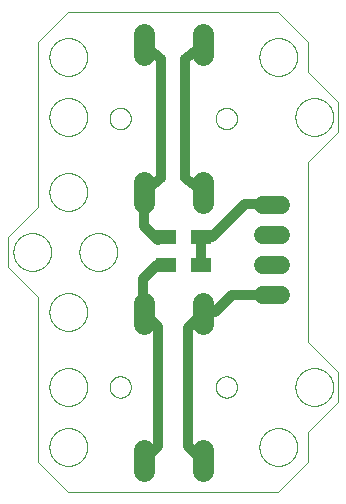
<source format=gbl>
G75*
%MOIN*%
%OFA0B0*%
%FSLAX25Y25*%
%IPPOS*%
%LPD*%
%AMOC8*
5,1,8,0,0,1.08239X$1,22.5*
%
%ADD10C,0.00000*%
%ADD11R,0.07087X0.04724*%
%ADD12C,0.07050*%
%ADD13C,0.06000*%
%ADD14C,0.03200*%
D10*
X0097595Y0028933D02*
X0107595Y0018933D01*
X0177595Y0018933D01*
X0187595Y0028933D01*
X0187595Y0038933D01*
X0197595Y0048933D01*
X0197595Y0058933D01*
X0187595Y0068933D01*
X0187595Y0128933D01*
X0197595Y0138933D01*
X0197595Y0148933D01*
X0187595Y0158933D01*
X0187595Y0168933D01*
X0177595Y0178933D01*
X0107556Y0178894D01*
X0097595Y0168894D01*
X0097595Y0113933D01*
X0087595Y0103933D01*
X0087595Y0093933D01*
X0097595Y0083933D01*
X0097595Y0028933D01*
X0101296Y0033933D02*
X0101298Y0034091D01*
X0101304Y0034249D01*
X0101314Y0034407D01*
X0101328Y0034565D01*
X0101346Y0034722D01*
X0101367Y0034879D01*
X0101393Y0035035D01*
X0101423Y0035191D01*
X0101456Y0035346D01*
X0101494Y0035499D01*
X0101535Y0035652D01*
X0101580Y0035804D01*
X0101629Y0035955D01*
X0101682Y0036104D01*
X0101738Y0036252D01*
X0101798Y0036398D01*
X0101862Y0036543D01*
X0101930Y0036686D01*
X0102001Y0036828D01*
X0102075Y0036968D01*
X0102153Y0037105D01*
X0102235Y0037241D01*
X0102319Y0037375D01*
X0102408Y0037506D01*
X0102499Y0037635D01*
X0102594Y0037762D01*
X0102691Y0037887D01*
X0102792Y0038009D01*
X0102896Y0038128D01*
X0103003Y0038245D01*
X0103113Y0038359D01*
X0103226Y0038470D01*
X0103341Y0038579D01*
X0103459Y0038684D01*
X0103580Y0038786D01*
X0103703Y0038886D01*
X0103829Y0038982D01*
X0103957Y0039075D01*
X0104087Y0039165D01*
X0104220Y0039251D01*
X0104355Y0039335D01*
X0104491Y0039414D01*
X0104630Y0039491D01*
X0104771Y0039563D01*
X0104913Y0039633D01*
X0105057Y0039698D01*
X0105203Y0039760D01*
X0105350Y0039818D01*
X0105499Y0039873D01*
X0105649Y0039924D01*
X0105800Y0039971D01*
X0105952Y0040014D01*
X0106105Y0040053D01*
X0106260Y0040089D01*
X0106415Y0040120D01*
X0106571Y0040148D01*
X0106727Y0040172D01*
X0106884Y0040192D01*
X0107042Y0040208D01*
X0107199Y0040220D01*
X0107358Y0040228D01*
X0107516Y0040232D01*
X0107674Y0040232D01*
X0107832Y0040228D01*
X0107991Y0040220D01*
X0108148Y0040208D01*
X0108306Y0040192D01*
X0108463Y0040172D01*
X0108619Y0040148D01*
X0108775Y0040120D01*
X0108930Y0040089D01*
X0109085Y0040053D01*
X0109238Y0040014D01*
X0109390Y0039971D01*
X0109541Y0039924D01*
X0109691Y0039873D01*
X0109840Y0039818D01*
X0109987Y0039760D01*
X0110133Y0039698D01*
X0110277Y0039633D01*
X0110419Y0039563D01*
X0110560Y0039491D01*
X0110699Y0039414D01*
X0110835Y0039335D01*
X0110970Y0039251D01*
X0111103Y0039165D01*
X0111233Y0039075D01*
X0111361Y0038982D01*
X0111487Y0038886D01*
X0111610Y0038786D01*
X0111731Y0038684D01*
X0111849Y0038579D01*
X0111964Y0038470D01*
X0112077Y0038359D01*
X0112187Y0038245D01*
X0112294Y0038128D01*
X0112398Y0038009D01*
X0112499Y0037887D01*
X0112596Y0037762D01*
X0112691Y0037635D01*
X0112782Y0037506D01*
X0112871Y0037375D01*
X0112955Y0037241D01*
X0113037Y0037105D01*
X0113115Y0036968D01*
X0113189Y0036828D01*
X0113260Y0036686D01*
X0113328Y0036543D01*
X0113392Y0036398D01*
X0113452Y0036252D01*
X0113508Y0036104D01*
X0113561Y0035955D01*
X0113610Y0035804D01*
X0113655Y0035652D01*
X0113696Y0035499D01*
X0113734Y0035346D01*
X0113767Y0035191D01*
X0113797Y0035035D01*
X0113823Y0034879D01*
X0113844Y0034722D01*
X0113862Y0034565D01*
X0113876Y0034407D01*
X0113886Y0034249D01*
X0113892Y0034091D01*
X0113894Y0033933D01*
X0113892Y0033775D01*
X0113886Y0033617D01*
X0113876Y0033459D01*
X0113862Y0033301D01*
X0113844Y0033144D01*
X0113823Y0032987D01*
X0113797Y0032831D01*
X0113767Y0032675D01*
X0113734Y0032520D01*
X0113696Y0032367D01*
X0113655Y0032214D01*
X0113610Y0032062D01*
X0113561Y0031911D01*
X0113508Y0031762D01*
X0113452Y0031614D01*
X0113392Y0031468D01*
X0113328Y0031323D01*
X0113260Y0031180D01*
X0113189Y0031038D01*
X0113115Y0030898D01*
X0113037Y0030761D01*
X0112955Y0030625D01*
X0112871Y0030491D01*
X0112782Y0030360D01*
X0112691Y0030231D01*
X0112596Y0030104D01*
X0112499Y0029979D01*
X0112398Y0029857D01*
X0112294Y0029738D01*
X0112187Y0029621D01*
X0112077Y0029507D01*
X0111964Y0029396D01*
X0111849Y0029287D01*
X0111731Y0029182D01*
X0111610Y0029080D01*
X0111487Y0028980D01*
X0111361Y0028884D01*
X0111233Y0028791D01*
X0111103Y0028701D01*
X0110970Y0028615D01*
X0110835Y0028531D01*
X0110699Y0028452D01*
X0110560Y0028375D01*
X0110419Y0028303D01*
X0110277Y0028233D01*
X0110133Y0028168D01*
X0109987Y0028106D01*
X0109840Y0028048D01*
X0109691Y0027993D01*
X0109541Y0027942D01*
X0109390Y0027895D01*
X0109238Y0027852D01*
X0109085Y0027813D01*
X0108930Y0027777D01*
X0108775Y0027746D01*
X0108619Y0027718D01*
X0108463Y0027694D01*
X0108306Y0027674D01*
X0108148Y0027658D01*
X0107991Y0027646D01*
X0107832Y0027638D01*
X0107674Y0027634D01*
X0107516Y0027634D01*
X0107358Y0027638D01*
X0107199Y0027646D01*
X0107042Y0027658D01*
X0106884Y0027674D01*
X0106727Y0027694D01*
X0106571Y0027718D01*
X0106415Y0027746D01*
X0106260Y0027777D01*
X0106105Y0027813D01*
X0105952Y0027852D01*
X0105800Y0027895D01*
X0105649Y0027942D01*
X0105499Y0027993D01*
X0105350Y0028048D01*
X0105203Y0028106D01*
X0105057Y0028168D01*
X0104913Y0028233D01*
X0104771Y0028303D01*
X0104630Y0028375D01*
X0104491Y0028452D01*
X0104355Y0028531D01*
X0104220Y0028615D01*
X0104087Y0028701D01*
X0103957Y0028791D01*
X0103829Y0028884D01*
X0103703Y0028980D01*
X0103580Y0029080D01*
X0103459Y0029182D01*
X0103341Y0029287D01*
X0103226Y0029396D01*
X0103113Y0029507D01*
X0103003Y0029621D01*
X0102896Y0029738D01*
X0102792Y0029857D01*
X0102691Y0029979D01*
X0102594Y0030104D01*
X0102499Y0030231D01*
X0102408Y0030360D01*
X0102319Y0030491D01*
X0102235Y0030625D01*
X0102153Y0030761D01*
X0102075Y0030898D01*
X0102001Y0031038D01*
X0101930Y0031180D01*
X0101862Y0031323D01*
X0101798Y0031468D01*
X0101738Y0031614D01*
X0101682Y0031762D01*
X0101629Y0031911D01*
X0101580Y0032062D01*
X0101535Y0032214D01*
X0101494Y0032367D01*
X0101456Y0032520D01*
X0101423Y0032675D01*
X0101393Y0032831D01*
X0101367Y0032987D01*
X0101346Y0033144D01*
X0101328Y0033301D01*
X0101314Y0033459D01*
X0101304Y0033617D01*
X0101298Y0033775D01*
X0101296Y0033933D01*
X0101296Y0053933D02*
X0101298Y0054091D01*
X0101304Y0054249D01*
X0101314Y0054407D01*
X0101328Y0054565D01*
X0101346Y0054722D01*
X0101367Y0054879D01*
X0101393Y0055035D01*
X0101423Y0055191D01*
X0101456Y0055346D01*
X0101494Y0055499D01*
X0101535Y0055652D01*
X0101580Y0055804D01*
X0101629Y0055955D01*
X0101682Y0056104D01*
X0101738Y0056252D01*
X0101798Y0056398D01*
X0101862Y0056543D01*
X0101930Y0056686D01*
X0102001Y0056828D01*
X0102075Y0056968D01*
X0102153Y0057105D01*
X0102235Y0057241D01*
X0102319Y0057375D01*
X0102408Y0057506D01*
X0102499Y0057635D01*
X0102594Y0057762D01*
X0102691Y0057887D01*
X0102792Y0058009D01*
X0102896Y0058128D01*
X0103003Y0058245D01*
X0103113Y0058359D01*
X0103226Y0058470D01*
X0103341Y0058579D01*
X0103459Y0058684D01*
X0103580Y0058786D01*
X0103703Y0058886D01*
X0103829Y0058982D01*
X0103957Y0059075D01*
X0104087Y0059165D01*
X0104220Y0059251D01*
X0104355Y0059335D01*
X0104491Y0059414D01*
X0104630Y0059491D01*
X0104771Y0059563D01*
X0104913Y0059633D01*
X0105057Y0059698D01*
X0105203Y0059760D01*
X0105350Y0059818D01*
X0105499Y0059873D01*
X0105649Y0059924D01*
X0105800Y0059971D01*
X0105952Y0060014D01*
X0106105Y0060053D01*
X0106260Y0060089D01*
X0106415Y0060120D01*
X0106571Y0060148D01*
X0106727Y0060172D01*
X0106884Y0060192D01*
X0107042Y0060208D01*
X0107199Y0060220D01*
X0107358Y0060228D01*
X0107516Y0060232D01*
X0107674Y0060232D01*
X0107832Y0060228D01*
X0107991Y0060220D01*
X0108148Y0060208D01*
X0108306Y0060192D01*
X0108463Y0060172D01*
X0108619Y0060148D01*
X0108775Y0060120D01*
X0108930Y0060089D01*
X0109085Y0060053D01*
X0109238Y0060014D01*
X0109390Y0059971D01*
X0109541Y0059924D01*
X0109691Y0059873D01*
X0109840Y0059818D01*
X0109987Y0059760D01*
X0110133Y0059698D01*
X0110277Y0059633D01*
X0110419Y0059563D01*
X0110560Y0059491D01*
X0110699Y0059414D01*
X0110835Y0059335D01*
X0110970Y0059251D01*
X0111103Y0059165D01*
X0111233Y0059075D01*
X0111361Y0058982D01*
X0111487Y0058886D01*
X0111610Y0058786D01*
X0111731Y0058684D01*
X0111849Y0058579D01*
X0111964Y0058470D01*
X0112077Y0058359D01*
X0112187Y0058245D01*
X0112294Y0058128D01*
X0112398Y0058009D01*
X0112499Y0057887D01*
X0112596Y0057762D01*
X0112691Y0057635D01*
X0112782Y0057506D01*
X0112871Y0057375D01*
X0112955Y0057241D01*
X0113037Y0057105D01*
X0113115Y0056968D01*
X0113189Y0056828D01*
X0113260Y0056686D01*
X0113328Y0056543D01*
X0113392Y0056398D01*
X0113452Y0056252D01*
X0113508Y0056104D01*
X0113561Y0055955D01*
X0113610Y0055804D01*
X0113655Y0055652D01*
X0113696Y0055499D01*
X0113734Y0055346D01*
X0113767Y0055191D01*
X0113797Y0055035D01*
X0113823Y0054879D01*
X0113844Y0054722D01*
X0113862Y0054565D01*
X0113876Y0054407D01*
X0113886Y0054249D01*
X0113892Y0054091D01*
X0113894Y0053933D01*
X0113892Y0053775D01*
X0113886Y0053617D01*
X0113876Y0053459D01*
X0113862Y0053301D01*
X0113844Y0053144D01*
X0113823Y0052987D01*
X0113797Y0052831D01*
X0113767Y0052675D01*
X0113734Y0052520D01*
X0113696Y0052367D01*
X0113655Y0052214D01*
X0113610Y0052062D01*
X0113561Y0051911D01*
X0113508Y0051762D01*
X0113452Y0051614D01*
X0113392Y0051468D01*
X0113328Y0051323D01*
X0113260Y0051180D01*
X0113189Y0051038D01*
X0113115Y0050898D01*
X0113037Y0050761D01*
X0112955Y0050625D01*
X0112871Y0050491D01*
X0112782Y0050360D01*
X0112691Y0050231D01*
X0112596Y0050104D01*
X0112499Y0049979D01*
X0112398Y0049857D01*
X0112294Y0049738D01*
X0112187Y0049621D01*
X0112077Y0049507D01*
X0111964Y0049396D01*
X0111849Y0049287D01*
X0111731Y0049182D01*
X0111610Y0049080D01*
X0111487Y0048980D01*
X0111361Y0048884D01*
X0111233Y0048791D01*
X0111103Y0048701D01*
X0110970Y0048615D01*
X0110835Y0048531D01*
X0110699Y0048452D01*
X0110560Y0048375D01*
X0110419Y0048303D01*
X0110277Y0048233D01*
X0110133Y0048168D01*
X0109987Y0048106D01*
X0109840Y0048048D01*
X0109691Y0047993D01*
X0109541Y0047942D01*
X0109390Y0047895D01*
X0109238Y0047852D01*
X0109085Y0047813D01*
X0108930Y0047777D01*
X0108775Y0047746D01*
X0108619Y0047718D01*
X0108463Y0047694D01*
X0108306Y0047674D01*
X0108148Y0047658D01*
X0107991Y0047646D01*
X0107832Y0047638D01*
X0107674Y0047634D01*
X0107516Y0047634D01*
X0107358Y0047638D01*
X0107199Y0047646D01*
X0107042Y0047658D01*
X0106884Y0047674D01*
X0106727Y0047694D01*
X0106571Y0047718D01*
X0106415Y0047746D01*
X0106260Y0047777D01*
X0106105Y0047813D01*
X0105952Y0047852D01*
X0105800Y0047895D01*
X0105649Y0047942D01*
X0105499Y0047993D01*
X0105350Y0048048D01*
X0105203Y0048106D01*
X0105057Y0048168D01*
X0104913Y0048233D01*
X0104771Y0048303D01*
X0104630Y0048375D01*
X0104491Y0048452D01*
X0104355Y0048531D01*
X0104220Y0048615D01*
X0104087Y0048701D01*
X0103957Y0048791D01*
X0103829Y0048884D01*
X0103703Y0048980D01*
X0103580Y0049080D01*
X0103459Y0049182D01*
X0103341Y0049287D01*
X0103226Y0049396D01*
X0103113Y0049507D01*
X0103003Y0049621D01*
X0102896Y0049738D01*
X0102792Y0049857D01*
X0102691Y0049979D01*
X0102594Y0050104D01*
X0102499Y0050231D01*
X0102408Y0050360D01*
X0102319Y0050491D01*
X0102235Y0050625D01*
X0102153Y0050761D01*
X0102075Y0050898D01*
X0102001Y0051038D01*
X0101930Y0051180D01*
X0101862Y0051323D01*
X0101798Y0051468D01*
X0101738Y0051614D01*
X0101682Y0051762D01*
X0101629Y0051911D01*
X0101580Y0052062D01*
X0101535Y0052214D01*
X0101494Y0052367D01*
X0101456Y0052520D01*
X0101423Y0052675D01*
X0101393Y0052831D01*
X0101367Y0052987D01*
X0101346Y0053144D01*
X0101328Y0053301D01*
X0101314Y0053459D01*
X0101304Y0053617D01*
X0101298Y0053775D01*
X0101296Y0053933D01*
X0121345Y0053933D02*
X0121347Y0054052D01*
X0121353Y0054170D01*
X0121363Y0054288D01*
X0121377Y0054406D01*
X0121394Y0054523D01*
X0121416Y0054640D01*
X0121442Y0054756D01*
X0121471Y0054871D01*
X0121504Y0054985D01*
X0121541Y0055097D01*
X0121582Y0055209D01*
X0121627Y0055319D01*
X0121675Y0055427D01*
X0121727Y0055534D01*
X0121782Y0055639D01*
X0121841Y0055742D01*
X0121903Y0055843D01*
X0121968Y0055942D01*
X0122037Y0056039D01*
X0122109Y0056133D01*
X0122184Y0056225D01*
X0122262Y0056314D01*
X0122343Y0056401D01*
X0122427Y0056485D01*
X0122514Y0056566D01*
X0122603Y0056644D01*
X0122695Y0056719D01*
X0122789Y0056791D01*
X0122886Y0056860D01*
X0122985Y0056925D01*
X0123086Y0056987D01*
X0123189Y0057046D01*
X0123294Y0057101D01*
X0123401Y0057153D01*
X0123509Y0057201D01*
X0123619Y0057246D01*
X0123731Y0057287D01*
X0123843Y0057324D01*
X0123957Y0057357D01*
X0124072Y0057386D01*
X0124188Y0057412D01*
X0124305Y0057434D01*
X0124422Y0057451D01*
X0124540Y0057465D01*
X0124658Y0057475D01*
X0124776Y0057481D01*
X0124895Y0057483D01*
X0125014Y0057481D01*
X0125132Y0057475D01*
X0125250Y0057465D01*
X0125368Y0057451D01*
X0125485Y0057434D01*
X0125602Y0057412D01*
X0125718Y0057386D01*
X0125833Y0057357D01*
X0125947Y0057324D01*
X0126059Y0057287D01*
X0126171Y0057246D01*
X0126281Y0057201D01*
X0126389Y0057153D01*
X0126496Y0057101D01*
X0126601Y0057046D01*
X0126704Y0056987D01*
X0126805Y0056925D01*
X0126904Y0056860D01*
X0127001Y0056791D01*
X0127095Y0056719D01*
X0127187Y0056644D01*
X0127276Y0056566D01*
X0127363Y0056485D01*
X0127447Y0056401D01*
X0127528Y0056314D01*
X0127606Y0056225D01*
X0127681Y0056133D01*
X0127753Y0056039D01*
X0127822Y0055942D01*
X0127887Y0055843D01*
X0127949Y0055742D01*
X0128008Y0055639D01*
X0128063Y0055534D01*
X0128115Y0055427D01*
X0128163Y0055319D01*
X0128208Y0055209D01*
X0128249Y0055097D01*
X0128286Y0054985D01*
X0128319Y0054871D01*
X0128348Y0054756D01*
X0128374Y0054640D01*
X0128396Y0054523D01*
X0128413Y0054406D01*
X0128427Y0054288D01*
X0128437Y0054170D01*
X0128443Y0054052D01*
X0128445Y0053933D01*
X0128443Y0053814D01*
X0128437Y0053696D01*
X0128427Y0053578D01*
X0128413Y0053460D01*
X0128396Y0053343D01*
X0128374Y0053226D01*
X0128348Y0053110D01*
X0128319Y0052995D01*
X0128286Y0052881D01*
X0128249Y0052769D01*
X0128208Y0052657D01*
X0128163Y0052547D01*
X0128115Y0052439D01*
X0128063Y0052332D01*
X0128008Y0052227D01*
X0127949Y0052124D01*
X0127887Y0052023D01*
X0127822Y0051924D01*
X0127753Y0051827D01*
X0127681Y0051733D01*
X0127606Y0051641D01*
X0127528Y0051552D01*
X0127447Y0051465D01*
X0127363Y0051381D01*
X0127276Y0051300D01*
X0127187Y0051222D01*
X0127095Y0051147D01*
X0127001Y0051075D01*
X0126904Y0051006D01*
X0126805Y0050941D01*
X0126704Y0050879D01*
X0126601Y0050820D01*
X0126496Y0050765D01*
X0126389Y0050713D01*
X0126281Y0050665D01*
X0126171Y0050620D01*
X0126059Y0050579D01*
X0125947Y0050542D01*
X0125833Y0050509D01*
X0125718Y0050480D01*
X0125602Y0050454D01*
X0125485Y0050432D01*
X0125368Y0050415D01*
X0125250Y0050401D01*
X0125132Y0050391D01*
X0125014Y0050385D01*
X0124895Y0050383D01*
X0124776Y0050385D01*
X0124658Y0050391D01*
X0124540Y0050401D01*
X0124422Y0050415D01*
X0124305Y0050432D01*
X0124188Y0050454D01*
X0124072Y0050480D01*
X0123957Y0050509D01*
X0123843Y0050542D01*
X0123731Y0050579D01*
X0123619Y0050620D01*
X0123509Y0050665D01*
X0123401Y0050713D01*
X0123294Y0050765D01*
X0123189Y0050820D01*
X0123086Y0050879D01*
X0122985Y0050941D01*
X0122886Y0051006D01*
X0122789Y0051075D01*
X0122695Y0051147D01*
X0122603Y0051222D01*
X0122514Y0051300D01*
X0122427Y0051381D01*
X0122343Y0051465D01*
X0122262Y0051552D01*
X0122184Y0051641D01*
X0122109Y0051733D01*
X0122037Y0051827D01*
X0121968Y0051924D01*
X0121903Y0052023D01*
X0121841Y0052124D01*
X0121782Y0052227D01*
X0121727Y0052332D01*
X0121675Y0052439D01*
X0121627Y0052547D01*
X0121582Y0052657D01*
X0121541Y0052769D01*
X0121504Y0052881D01*
X0121471Y0052995D01*
X0121442Y0053110D01*
X0121416Y0053226D01*
X0121394Y0053343D01*
X0121377Y0053460D01*
X0121363Y0053578D01*
X0121353Y0053696D01*
X0121347Y0053814D01*
X0121345Y0053933D01*
X0101296Y0078933D02*
X0101298Y0079091D01*
X0101304Y0079249D01*
X0101314Y0079407D01*
X0101328Y0079565D01*
X0101346Y0079722D01*
X0101367Y0079879D01*
X0101393Y0080035D01*
X0101423Y0080191D01*
X0101456Y0080346D01*
X0101494Y0080499D01*
X0101535Y0080652D01*
X0101580Y0080804D01*
X0101629Y0080955D01*
X0101682Y0081104D01*
X0101738Y0081252D01*
X0101798Y0081398D01*
X0101862Y0081543D01*
X0101930Y0081686D01*
X0102001Y0081828D01*
X0102075Y0081968D01*
X0102153Y0082105D01*
X0102235Y0082241D01*
X0102319Y0082375D01*
X0102408Y0082506D01*
X0102499Y0082635D01*
X0102594Y0082762D01*
X0102691Y0082887D01*
X0102792Y0083009D01*
X0102896Y0083128D01*
X0103003Y0083245D01*
X0103113Y0083359D01*
X0103226Y0083470D01*
X0103341Y0083579D01*
X0103459Y0083684D01*
X0103580Y0083786D01*
X0103703Y0083886D01*
X0103829Y0083982D01*
X0103957Y0084075D01*
X0104087Y0084165D01*
X0104220Y0084251D01*
X0104355Y0084335D01*
X0104491Y0084414D01*
X0104630Y0084491D01*
X0104771Y0084563D01*
X0104913Y0084633D01*
X0105057Y0084698D01*
X0105203Y0084760D01*
X0105350Y0084818D01*
X0105499Y0084873D01*
X0105649Y0084924D01*
X0105800Y0084971D01*
X0105952Y0085014D01*
X0106105Y0085053D01*
X0106260Y0085089D01*
X0106415Y0085120D01*
X0106571Y0085148D01*
X0106727Y0085172D01*
X0106884Y0085192D01*
X0107042Y0085208D01*
X0107199Y0085220D01*
X0107358Y0085228D01*
X0107516Y0085232D01*
X0107674Y0085232D01*
X0107832Y0085228D01*
X0107991Y0085220D01*
X0108148Y0085208D01*
X0108306Y0085192D01*
X0108463Y0085172D01*
X0108619Y0085148D01*
X0108775Y0085120D01*
X0108930Y0085089D01*
X0109085Y0085053D01*
X0109238Y0085014D01*
X0109390Y0084971D01*
X0109541Y0084924D01*
X0109691Y0084873D01*
X0109840Y0084818D01*
X0109987Y0084760D01*
X0110133Y0084698D01*
X0110277Y0084633D01*
X0110419Y0084563D01*
X0110560Y0084491D01*
X0110699Y0084414D01*
X0110835Y0084335D01*
X0110970Y0084251D01*
X0111103Y0084165D01*
X0111233Y0084075D01*
X0111361Y0083982D01*
X0111487Y0083886D01*
X0111610Y0083786D01*
X0111731Y0083684D01*
X0111849Y0083579D01*
X0111964Y0083470D01*
X0112077Y0083359D01*
X0112187Y0083245D01*
X0112294Y0083128D01*
X0112398Y0083009D01*
X0112499Y0082887D01*
X0112596Y0082762D01*
X0112691Y0082635D01*
X0112782Y0082506D01*
X0112871Y0082375D01*
X0112955Y0082241D01*
X0113037Y0082105D01*
X0113115Y0081968D01*
X0113189Y0081828D01*
X0113260Y0081686D01*
X0113328Y0081543D01*
X0113392Y0081398D01*
X0113452Y0081252D01*
X0113508Y0081104D01*
X0113561Y0080955D01*
X0113610Y0080804D01*
X0113655Y0080652D01*
X0113696Y0080499D01*
X0113734Y0080346D01*
X0113767Y0080191D01*
X0113797Y0080035D01*
X0113823Y0079879D01*
X0113844Y0079722D01*
X0113862Y0079565D01*
X0113876Y0079407D01*
X0113886Y0079249D01*
X0113892Y0079091D01*
X0113894Y0078933D01*
X0113892Y0078775D01*
X0113886Y0078617D01*
X0113876Y0078459D01*
X0113862Y0078301D01*
X0113844Y0078144D01*
X0113823Y0077987D01*
X0113797Y0077831D01*
X0113767Y0077675D01*
X0113734Y0077520D01*
X0113696Y0077367D01*
X0113655Y0077214D01*
X0113610Y0077062D01*
X0113561Y0076911D01*
X0113508Y0076762D01*
X0113452Y0076614D01*
X0113392Y0076468D01*
X0113328Y0076323D01*
X0113260Y0076180D01*
X0113189Y0076038D01*
X0113115Y0075898D01*
X0113037Y0075761D01*
X0112955Y0075625D01*
X0112871Y0075491D01*
X0112782Y0075360D01*
X0112691Y0075231D01*
X0112596Y0075104D01*
X0112499Y0074979D01*
X0112398Y0074857D01*
X0112294Y0074738D01*
X0112187Y0074621D01*
X0112077Y0074507D01*
X0111964Y0074396D01*
X0111849Y0074287D01*
X0111731Y0074182D01*
X0111610Y0074080D01*
X0111487Y0073980D01*
X0111361Y0073884D01*
X0111233Y0073791D01*
X0111103Y0073701D01*
X0110970Y0073615D01*
X0110835Y0073531D01*
X0110699Y0073452D01*
X0110560Y0073375D01*
X0110419Y0073303D01*
X0110277Y0073233D01*
X0110133Y0073168D01*
X0109987Y0073106D01*
X0109840Y0073048D01*
X0109691Y0072993D01*
X0109541Y0072942D01*
X0109390Y0072895D01*
X0109238Y0072852D01*
X0109085Y0072813D01*
X0108930Y0072777D01*
X0108775Y0072746D01*
X0108619Y0072718D01*
X0108463Y0072694D01*
X0108306Y0072674D01*
X0108148Y0072658D01*
X0107991Y0072646D01*
X0107832Y0072638D01*
X0107674Y0072634D01*
X0107516Y0072634D01*
X0107358Y0072638D01*
X0107199Y0072646D01*
X0107042Y0072658D01*
X0106884Y0072674D01*
X0106727Y0072694D01*
X0106571Y0072718D01*
X0106415Y0072746D01*
X0106260Y0072777D01*
X0106105Y0072813D01*
X0105952Y0072852D01*
X0105800Y0072895D01*
X0105649Y0072942D01*
X0105499Y0072993D01*
X0105350Y0073048D01*
X0105203Y0073106D01*
X0105057Y0073168D01*
X0104913Y0073233D01*
X0104771Y0073303D01*
X0104630Y0073375D01*
X0104491Y0073452D01*
X0104355Y0073531D01*
X0104220Y0073615D01*
X0104087Y0073701D01*
X0103957Y0073791D01*
X0103829Y0073884D01*
X0103703Y0073980D01*
X0103580Y0074080D01*
X0103459Y0074182D01*
X0103341Y0074287D01*
X0103226Y0074396D01*
X0103113Y0074507D01*
X0103003Y0074621D01*
X0102896Y0074738D01*
X0102792Y0074857D01*
X0102691Y0074979D01*
X0102594Y0075104D01*
X0102499Y0075231D01*
X0102408Y0075360D01*
X0102319Y0075491D01*
X0102235Y0075625D01*
X0102153Y0075761D01*
X0102075Y0075898D01*
X0102001Y0076038D01*
X0101930Y0076180D01*
X0101862Y0076323D01*
X0101798Y0076468D01*
X0101738Y0076614D01*
X0101682Y0076762D01*
X0101629Y0076911D01*
X0101580Y0077062D01*
X0101535Y0077214D01*
X0101494Y0077367D01*
X0101456Y0077520D01*
X0101423Y0077675D01*
X0101393Y0077831D01*
X0101367Y0077987D01*
X0101346Y0078144D01*
X0101328Y0078301D01*
X0101314Y0078459D01*
X0101304Y0078617D01*
X0101298Y0078775D01*
X0101296Y0078933D01*
X0089296Y0098933D02*
X0089298Y0099091D01*
X0089304Y0099249D01*
X0089314Y0099407D01*
X0089328Y0099565D01*
X0089346Y0099722D01*
X0089367Y0099879D01*
X0089393Y0100035D01*
X0089423Y0100191D01*
X0089456Y0100346D01*
X0089494Y0100499D01*
X0089535Y0100652D01*
X0089580Y0100804D01*
X0089629Y0100955D01*
X0089682Y0101104D01*
X0089738Y0101252D01*
X0089798Y0101398D01*
X0089862Y0101543D01*
X0089930Y0101686D01*
X0090001Y0101828D01*
X0090075Y0101968D01*
X0090153Y0102105D01*
X0090235Y0102241D01*
X0090319Y0102375D01*
X0090408Y0102506D01*
X0090499Y0102635D01*
X0090594Y0102762D01*
X0090691Y0102887D01*
X0090792Y0103009D01*
X0090896Y0103128D01*
X0091003Y0103245D01*
X0091113Y0103359D01*
X0091226Y0103470D01*
X0091341Y0103579D01*
X0091459Y0103684D01*
X0091580Y0103786D01*
X0091703Y0103886D01*
X0091829Y0103982D01*
X0091957Y0104075D01*
X0092087Y0104165D01*
X0092220Y0104251D01*
X0092355Y0104335D01*
X0092491Y0104414D01*
X0092630Y0104491D01*
X0092771Y0104563D01*
X0092913Y0104633D01*
X0093057Y0104698D01*
X0093203Y0104760D01*
X0093350Y0104818D01*
X0093499Y0104873D01*
X0093649Y0104924D01*
X0093800Y0104971D01*
X0093952Y0105014D01*
X0094105Y0105053D01*
X0094260Y0105089D01*
X0094415Y0105120D01*
X0094571Y0105148D01*
X0094727Y0105172D01*
X0094884Y0105192D01*
X0095042Y0105208D01*
X0095199Y0105220D01*
X0095358Y0105228D01*
X0095516Y0105232D01*
X0095674Y0105232D01*
X0095832Y0105228D01*
X0095991Y0105220D01*
X0096148Y0105208D01*
X0096306Y0105192D01*
X0096463Y0105172D01*
X0096619Y0105148D01*
X0096775Y0105120D01*
X0096930Y0105089D01*
X0097085Y0105053D01*
X0097238Y0105014D01*
X0097390Y0104971D01*
X0097541Y0104924D01*
X0097691Y0104873D01*
X0097840Y0104818D01*
X0097987Y0104760D01*
X0098133Y0104698D01*
X0098277Y0104633D01*
X0098419Y0104563D01*
X0098560Y0104491D01*
X0098699Y0104414D01*
X0098835Y0104335D01*
X0098970Y0104251D01*
X0099103Y0104165D01*
X0099233Y0104075D01*
X0099361Y0103982D01*
X0099487Y0103886D01*
X0099610Y0103786D01*
X0099731Y0103684D01*
X0099849Y0103579D01*
X0099964Y0103470D01*
X0100077Y0103359D01*
X0100187Y0103245D01*
X0100294Y0103128D01*
X0100398Y0103009D01*
X0100499Y0102887D01*
X0100596Y0102762D01*
X0100691Y0102635D01*
X0100782Y0102506D01*
X0100871Y0102375D01*
X0100955Y0102241D01*
X0101037Y0102105D01*
X0101115Y0101968D01*
X0101189Y0101828D01*
X0101260Y0101686D01*
X0101328Y0101543D01*
X0101392Y0101398D01*
X0101452Y0101252D01*
X0101508Y0101104D01*
X0101561Y0100955D01*
X0101610Y0100804D01*
X0101655Y0100652D01*
X0101696Y0100499D01*
X0101734Y0100346D01*
X0101767Y0100191D01*
X0101797Y0100035D01*
X0101823Y0099879D01*
X0101844Y0099722D01*
X0101862Y0099565D01*
X0101876Y0099407D01*
X0101886Y0099249D01*
X0101892Y0099091D01*
X0101894Y0098933D01*
X0101892Y0098775D01*
X0101886Y0098617D01*
X0101876Y0098459D01*
X0101862Y0098301D01*
X0101844Y0098144D01*
X0101823Y0097987D01*
X0101797Y0097831D01*
X0101767Y0097675D01*
X0101734Y0097520D01*
X0101696Y0097367D01*
X0101655Y0097214D01*
X0101610Y0097062D01*
X0101561Y0096911D01*
X0101508Y0096762D01*
X0101452Y0096614D01*
X0101392Y0096468D01*
X0101328Y0096323D01*
X0101260Y0096180D01*
X0101189Y0096038D01*
X0101115Y0095898D01*
X0101037Y0095761D01*
X0100955Y0095625D01*
X0100871Y0095491D01*
X0100782Y0095360D01*
X0100691Y0095231D01*
X0100596Y0095104D01*
X0100499Y0094979D01*
X0100398Y0094857D01*
X0100294Y0094738D01*
X0100187Y0094621D01*
X0100077Y0094507D01*
X0099964Y0094396D01*
X0099849Y0094287D01*
X0099731Y0094182D01*
X0099610Y0094080D01*
X0099487Y0093980D01*
X0099361Y0093884D01*
X0099233Y0093791D01*
X0099103Y0093701D01*
X0098970Y0093615D01*
X0098835Y0093531D01*
X0098699Y0093452D01*
X0098560Y0093375D01*
X0098419Y0093303D01*
X0098277Y0093233D01*
X0098133Y0093168D01*
X0097987Y0093106D01*
X0097840Y0093048D01*
X0097691Y0092993D01*
X0097541Y0092942D01*
X0097390Y0092895D01*
X0097238Y0092852D01*
X0097085Y0092813D01*
X0096930Y0092777D01*
X0096775Y0092746D01*
X0096619Y0092718D01*
X0096463Y0092694D01*
X0096306Y0092674D01*
X0096148Y0092658D01*
X0095991Y0092646D01*
X0095832Y0092638D01*
X0095674Y0092634D01*
X0095516Y0092634D01*
X0095358Y0092638D01*
X0095199Y0092646D01*
X0095042Y0092658D01*
X0094884Y0092674D01*
X0094727Y0092694D01*
X0094571Y0092718D01*
X0094415Y0092746D01*
X0094260Y0092777D01*
X0094105Y0092813D01*
X0093952Y0092852D01*
X0093800Y0092895D01*
X0093649Y0092942D01*
X0093499Y0092993D01*
X0093350Y0093048D01*
X0093203Y0093106D01*
X0093057Y0093168D01*
X0092913Y0093233D01*
X0092771Y0093303D01*
X0092630Y0093375D01*
X0092491Y0093452D01*
X0092355Y0093531D01*
X0092220Y0093615D01*
X0092087Y0093701D01*
X0091957Y0093791D01*
X0091829Y0093884D01*
X0091703Y0093980D01*
X0091580Y0094080D01*
X0091459Y0094182D01*
X0091341Y0094287D01*
X0091226Y0094396D01*
X0091113Y0094507D01*
X0091003Y0094621D01*
X0090896Y0094738D01*
X0090792Y0094857D01*
X0090691Y0094979D01*
X0090594Y0095104D01*
X0090499Y0095231D01*
X0090408Y0095360D01*
X0090319Y0095491D01*
X0090235Y0095625D01*
X0090153Y0095761D01*
X0090075Y0095898D01*
X0090001Y0096038D01*
X0089930Y0096180D01*
X0089862Y0096323D01*
X0089798Y0096468D01*
X0089738Y0096614D01*
X0089682Y0096762D01*
X0089629Y0096911D01*
X0089580Y0097062D01*
X0089535Y0097214D01*
X0089494Y0097367D01*
X0089456Y0097520D01*
X0089423Y0097675D01*
X0089393Y0097831D01*
X0089367Y0097987D01*
X0089346Y0098144D01*
X0089328Y0098301D01*
X0089314Y0098459D01*
X0089304Y0098617D01*
X0089298Y0098775D01*
X0089296Y0098933D01*
X0101296Y0118933D02*
X0101298Y0119091D01*
X0101304Y0119249D01*
X0101314Y0119407D01*
X0101328Y0119565D01*
X0101346Y0119722D01*
X0101367Y0119879D01*
X0101393Y0120035D01*
X0101423Y0120191D01*
X0101456Y0120346D01*
X0101494Y0120499D01*
X0101535Y0120652D01*
X0101580Y0120804D01*
X0101629Y0120955D01*
X0101682Y0121104D01*
X0101738Y0121252D01*
X0101798Y0121398D01*
X0101862Y0121543D01*
X0101930Y0121686D01*
X0102001Y0121828D01*
X0102075Y0121968D01*
X0102153Y0122105D01*
X0102235Y0122241D01*
X0102319Y0122375D01*
X0102408Y0122506D01*
X0102499Y0122635D01*
X0102594Y0122762D01*
X0102691Y0122887D01*
X0102792Y0123009D01*
X0102896Y0123128D01*
X0103003Y0123245D01*
X0103113Y0123359D01*
X0103226Y0123470D01*
X0103341Y0123579D01*
X0103459Y0123684D01*
X0103580Y0123786D01*
X0103703Y0123886D01*
X0103829Y0123982D01*
X0103957Y0124075D01*
X0104087Y0124165D01*
X0104220Y0124251D01*
X0104355Y0124335D01*
X0104491Y0124414D01*
X0104630Y0124491D01*
X0104771Y0124563D01*
X0104913Y0124633D01*
X0105057Y0124698D01*
X0105203Y0124760D01*
X0105350Y0124818D01*
X0105499Y0124873D01*
X0105649Y0124924D01*
X0105800Y0124971D01*
X0105952Y0125014D01*
X0106105Y0125053D01*
X0106260Y0125089D01*
X0106415Y0125120D01*
X0106571Y0125148D01*
X0106727Y0125172D01*
X0106884Y0125192D01*
X0107042Y0125208D01*
X0107199Y0125220D01*
X0107358Y0125228D01*
X0107516Y0125232D01*
X0107674Y0125232D01*
X0107832Y0125228D01*
X0107991Y0125220D01*
X0108148Y0125208D01*
X0108306Y0125192D01*
X0108463Y0125172D01*
X0108619Y0125148D01*
X0108775Y0125120D01*
X0108930Y0125089D01*
X0109085Y0125053D01*
X0109238Y0125014D01*
X0109390Y0124971D01*
X0109541Y0124924D01*
X0109691Y0124873D01*
X0109840Y0124818D01*
X0109987Y0124760D01*
X0110133Y0124698D01*
X0110277Y0124633D01*
X0110419Y0124563D01*
X0110560Y0124491D01*
X0110699Y0124414D01*
X0110835Y0124335D01*
X0110970Y0124251D01*
X0111103Y0124165D01*
X0111233Y0124075D01*
X0111361Y0123982D01*
X0111487Y0123886D01*
X0111610Y0123786D01*
X0111731Y0123684D01*
X0111849Y0123579D01*
X0111964Y0123470D01*
X0112077Y0123359D01*
X0112187Y0123245D01*
X0112294Y0123128D01*
X0112398Y0123009D01*
X0112499Y0122887D01*
X0112596Y0122762D01*
X0112691Y0122635D01*
X0112782Y0122506D01*
X0112871Y0122375D01*
X0112955Y0122241D01*
X0113037Y0122105D01*
X0113115Y0121968D01*
X0113189Y0121828D01*
X0113260Y0121686D01*
X0113328Y0121543D01*
X0113392Y0121398D01*
X0113452Y0121252D01*
X0113508Y0121104D01*
X0113561Y0120955D01*
X0113610Y0120804D01*
X0113655Y0120652D01*
X0113696Y0120499D01*
X0113734Y0120346D01*
X0113767Y0120191D01*
X0113797Y0120035D01*
X0113823Y0119879D01*
X0113844Y0119722D01*
X0113862Y0119565D01*
X0113876Y0119407D01*
X0113886Y0119249D01*
X0113892Y0119091D01*
X0113894Y0118933D01*
X0113892Y0118775D01*
X0113886Y0118617D01*
X0113876Y0118459D01*
X0113862Y0118301D01*
X0113844Y0118144D01*
X0113823Y0117987D01*
X0113797Y0117831D01*
X0113767Y0117675D01*
X0113734Y0117520D01*
X0113696Y0117367D01*
X0113655Y0117214D01*
X0113610Y0117062D01*
X0113561Y0116911D01*
X0113508Y0116762D01*
X0113452Y0116614D01*
X0113392Y0116468D01*
X0113328Y0116323D01*
X0113260Y0116180D01*
X0113189Y0116038D01*
X0113115Y0115898D01*
X0113037Y0115761D01*
X0112955Y0115625D01*
X0112871Y0115491D01*
X0112782Y0115360D01*
X0112691Y0115231D01*
X0112596Y0115104D01*
X0112499Y0114979D01*
X0112398Y0114857D01*
X0112294Y0114738D01*
X0112187Y0114621D01*
X0112077Y0114507D01*
X0111964Y0114396D01*
X0111849Y0114287D01*
X0111731Y0114182D01*
X0111610Y0114080D01*
X0111487Y0113980D01*
X0111361Y0113884D01*
X0111233Y0113791D01*
X0111103Y0113701D01*
X0110970Y0113615D01*
X0110835Y0113531D01*
X0110699Y0113452D01*
X0110560Y0113375D01*
X0110419Y0113303D01*
X0110277Y0113233D01*
X0110133Y0113168D01*
X0109987Y0113106D01*
X0109840Y0113048D01*
X0109691Y0112993D01*
X0109541Y0112942D01*
X0109390Y0112895D01*
X0109238Y0112852D01*
X0109085Y0112813D01*
X0108930Y0112777D01*
X0108775Y0112746D01*
X0108619Y0112718D01*
X0108463Y0112694D01*
X0108306Y0112674D01*
X0108148Y0112658D01*
X0107991Y0112646D01*
X0107832Y0112638D01*
X0107674Y0112634D01*
X0107516Y0112634D01*
X0107358Y0112638D01*
X0107199Y0112646D01*
X0107042Y0112658D01*
X0106884Y0112674D01*
X0106727Y0112694D01*
X0106571Y0112718D01*
X0106415Y0112746D01*
X0106260Y0112777D01*
X0106105Y0112813D01*
X0105952Y0112852D01*
X0105800Y0112895D01*
X0105649Y0112942D01*
X0105499Y0112993D01*
X0105350Y0113048D01*
X0105203Y0113106D01*
X0105057Y0113168D01*
X0104913Y0113233D01*
X0104771Y0113303D01*
X0104630Y0113375D01*
X0104491Y0113452D01*
X0104355Y0113531D01*
X0104220Y0113615D01*
X0104087Y0113701D01*
X0103957Y0113791D01*
X0103829Y0113884D01*
X0103703Y0113980D01*
X0103580Y0114080D01*
X0103459Y0114182D01*
X0103341Y0114287D01*
X0103226Y0114396D01*
X0103113Y0114507D01*
X0103003Y0114621D01*
X0102896Y0114738D01*
X0102792Y0114857D01*
X0102691Y0114979D01*
X0102594Y0115104D01*
X0102499Y0115231D01*
X0102408Y0115360D01*
X0102319Y0115491D01*
X0102235Y0115625D01*
X0102153Y0115761D01*
X0102075Y0115898D01*
X0102001Y0116038D01*
X0101930Y0116180D01*
X0101862Y0116323D01*
X0101798Y0116468D01*
X0101738Y0116614D01*
X0101682Y0116762D01*
X0101629Y0116911D01*
X0101580Y0117062D01*
X0101535Y0117214D01*
X0101494Y0117367D01*
X0101456Y0117520D01*
X0101423Y0117675D01*
X0101393Y0117831D01*
X0101367Y0117987D01*
X0101346Y0118144D01*
X0101328Y0118301D01*
X0101314Y0118459D01*
X0101304Y0118617D01*
X0101298Y0118775D01*
X0101296Y0118933D01*
X0111296Y0098933D02*
X0111298Y0099091D01*
X0111304Y0099249D01*
X0111314Y0099407D01*
X0111328Y0099565D01*
X0111346Y0099722D01*
X0111367Y0099879D01*
X0111393Y0100035D01*
X0111423Y0100191D01*
X0111456Y0100346D01*
X0111494Y0100499D01*
X0111535Y0100652D01*
X0111580Y0100804D01*
X0111629Y0100955D01*
X0111682Y0101104D01*
X0111738Y0101252D01*
X0111798Y0101398D01*
X0111862Y0101543D01*
X0111930Y0101686D01*
X0112001Y0101828D01*
X0112075Y0101968D01*
X0112153Y0102105D01*
X0112235Y0102241D01*
X0112319Y0102375D01*
X0112408Y0102506D01*
X0112499Y0102635D01*
X0112594Y0102762D01*
X0112691Y0102887D01*
X0112792Y0103009D01*
X0112896Y0103128D01*
X0113003Y0103245D01*
X0113113Y0103359D01*
X0113226Y0103470D01*
X0113341Y0103579D01*
X0113459Y0103684D01*
X0113580Y0103786D01*
X0113703Y0103886D01*
X0113829Y0103982D01*
X0113957Y0104075D01*
X0114087Y0104165D01*
X0114220Y0104251D01*
X0114355Y0104335D01*
X0114491Y0104414D01*
X0114630Y0104491D01*
X0114771Y0104563D01*
X0114913Y0104633D01*
X0115057Y0104698D01*
X0115203Y0104760D01*
X0115350Y0104818D01*
X0115499Y0104873D01*
X0115649Y0104924D01*
X0115800Y0104971D01*
X0115952Y0105014D01*
X0116105Y0105053D01*
X0116260Y0105089D01*
X0116415Y0105120D01*
X0116571Y0105148D01*
X0116727Y0105172D01*
X0116884Y0105192D01*
X0117042Y0105208D01*
X0117199Y0105220D01*
X0117358Y0105228D01*
X0117516Y0105232D01*
X0117674Y0105232D01*
X0117832Y0105228D01*
X0117991Y0105220D01*
X0118148Y0105208D01*
X0118306Y0105192D01*
X0118463Y0105172D01*
X0118619Y0105148D01*
X0118775Y0105120D01*
X0118930Y0105089D01*
X0119085Y0105053D01*
X0119238Y0105014D01*
X0119390Y0104971D01*
X0119541Y0104924D01*
X0119691Y0104873D01*
X0119840Y0104818D01*
X0119987Y0104760D01*
X0120133Y0104698D01*
X0120277Y0104633D01*
X0120419Y0104563D01*
X0120560Y0104491D01*
X0120699Y0104414D01*
X0120835Y0104335D01*
X0120970Y0104251D01*
X0121103Y0104165D01*
X0121233Y0104075D01*
X0121361Y0103982D01*
X0121487Y0103886D01*
X0121610Y0103786D01*
X0121731Y0103684D01*
X0121849Y0103579D01*
X0121964Y0103470D01*
X0122077Y0103359D01*
X0122187Y0103245D01*
X0122294Y0103128D01*
X0122398Y0103009D01*
X0122499Y0102887D01*
X0122596Y0102762D01*
X0122691Y0102635D01*
X0122782Y0102506D01*
X0122871Y0102375D01*
X0122955Y0102241D01*
X0123037Y0102105D01*
X0123115Y0101968D01*
X0123189Y0101828D01*
X0123260Y0101686D01*
X0123328Y0101543D01*
X0123392Y0101398D01*
X0123452Y0101252D01*
X0123508Y0101104D01*
X0123561Y0100955D01*
X0123610Y0100804D01*
X0123655Y0100652D01*
X0123696Y0100499D01*
X0123734Y0100346D01*
X0123767Y0100191D01*
X0123797Y0100035D01*
X0123823Y0099879D01*
X0123844Y0099722D01*
X0123862Y0099565D01*
X0123876Y0099407D01*
X0123886Y0099249D01*
X0123892Y0099091D01*
X0123894Y0098933D01*
X0123892Y0098775D01*
X0123886Y0098617D01*
X0123876Y0098459D01*
X0123862Y0098301D01*
X0123844Y0098144D01*
X0123823Y0097987D01*
X0123797Y0097831D01*
X0123767Y0097675D01*
X0123734Y0097520D01*
X0123696Y0097367D01*
X0123655Y0097214D01*
X0123610Y0097062D01*
X0123561Y0096911D01*
X0123508Y0096762D01*
X0123452Y0096614D01*
X0123392Y0096468D01*
X0123328Y0096323D01*
X0123260Y0096180D01*
X0123189Y0096038D01*
X0123115Y0095898D01*
X0123037Y0095761D01*
X0122955Y0095625D01*
X0122871Y0095491D01*
X0122782Y0095360D01*
X0122691Y0095231D01*
X0122596Y0095104D01*
X0122499Y0094979D01*
X0122398Y0094857D01*
X0122294Y0094738D01*
X0122187Y0094621D01*
X0122077Y0094507D01*
X0121964Y0094396D01*
X0121849Y0094287D01*
X0121731Y0094182D01*
X0121610Y0094080D01*
X0121487Y0093980D01*
X0121361Y0093884D01*
X0121233Y0093791D01*
X0121103Y0093701D01*
X0120970Y0093615D01*
X0120835Y0093531D01*
X0120699Y0093452D01*
X0120560Y0093375D01*
X0120419Y0093303D01*
X0120277Y0093233D01*
X0120133Y0093168D01*
X0119987Y0093106D01*
X0119840Y0093048D01*
X0119691Y0092993D01*
X0119541Y0092942D01*
X0119390Y0092895D01*
X0119238Y0092852D01*
X0119085Y0092813D01*
X0118930Y0092777D01*
X0118775Y0092746D01*
X0118619Y0092718D01*
X0118463Y0092694D01*
X0118306Y0092674D01*
X0118148Y0092658D01*
X0117991Y0092646D01*
X0117832Y0092638D01*
X0117674Y0092634D01*
X0117516Y0092634D01*
X0117358Y0092638D01*
X0117199Y0092646D01*
X0117042Y0092658D01*
X0116884Y0092674D01*
X0116727Y0092694D01*
X0116571Y0092718D01*
X0116415Y0092746D01*
X0116260Y0092777D01*
X0116105Y0092813D01*
X0115952Y0092852D01*
X0115800Y0092895D01*
X0115649Y0092942D01*
X0115499Y0092993D01*
X0115350Y0093048D01*
X0115203Y0093106D01*
X0115057Y0093168D01*
X0114913Y0093233D01*
X0114771Y0093303D01*
X0114630Y0093375D01*
X0114491Y0093452D01*
X0114355Y0093531D01*
X0114220Y0093615D01*
X0114087Y0093701D01*
X0113957Y0093791D01*
X0113829Y0093884D01*
X0113703Y0093980D01*
X0113580Y0094080D01*
X0113459Y0094182D01*
X0113341Y0094287D01*
X0113226Y0094396D01*
X0113113Y0094507D01*
X0113003Y0094621D01*
X0112896Y0094738D01*
X0112792Y0094857D01*
X0112691Y0094979D01*
X0112594Y0095104D01*
X0112499Y0095231D01*
X0112408Y0095360D01*
X0112319Y0095491D01*
X0112235Y0095625D01*
X0112153Y0095761D01*
X0112075Y0095898D01*
X0112001Y0096038D01*
X0111930Y0096180D01*
X0111862Y0096323D01*
X0111798Y0096468D01*
X0111738Y0096614D01*
X0111682Y0096762D01*
X0111629Y0096911D01*
X0111580Y0097062D01*
X0111535Y0097214D01*
X0111494Y0097367D01*
X0111456Y0097520D01*
X0111423Y0097675D01*
X0111393Y0097831D01*
X0111367Y0097987D01*
X0111346Y0098144D01*
X0111328Y0098301D01*
X0111314Y0098459D01*
X0111304Y0098617D01*
X0111298Y0098775D01*
X0111296Y0098933D01*
X0101296Y0143933D02*
X0101298Y0144091D01*
X0101304Y0144249D01*
X0101314Y0144407D01*
X0101328Y0144565D01*
X0101346Y0144722D01*
X0101367Y0144879D01*
X0101393Y0145035D01*
X0101423Y0145191D01*
X0101456Y0145346D01*
X0101494Y0145499D01*
X0101535Y0145652D01*
X0101580Y0145804D01*
X0101629Y0145955D01*
X0101682Y0146104D01*
X0101738Y0146252D01*
X0101798Y0146398D01*
X0101862Y0146543D01*
X0101930Y0146686D01*
X0102001Y0146828D01*
X0102075Y0146968D01*
X0102153Y0147105D01*
X0102235Y0147241D01*
X0102319Y0147375D01*
X0102408Y0147506D01*
X0102499Y0147635D01*
X0102594Y0147762D01*
X0102691Y0147887D01*
X0102792Y0148009D01*
X0102896Y0148128D01*
X0103003Y0148245D01*
X0103113Y0148359D01*
X0103226Y0148470D01*
X0103341Y0148579D01*
X0103459Y0148684D01*
X0103580Y0148786D01*
X0103703Y0148886D01*
X0103829Y0148982D01*
X0103957Y0149075D01*
X0104087Y0149165D01*
X0104220Y0149251D01*
X0104355Y0149335D01*
X0104491Y0149414D01*
X0104630Y0149491D01*
X0104771Y0149563D01*
X0104913Y0149633D01*
X0105057Y0149698D01*
X0105203Y0149760D01*
X0105350Y0149818D01*
X0105499Y0149873D01*
X0105649Y0149924D01*
X0105800Y0149971D01*
X0105952Y0150014D01*
X0106105Y0150053D01*
X0106260Y0150089D01*
X0106415Y0150120D01*
X0106571Y0150148D01*
X0106727Y0150172D01*
X0106884Y0150192D01*
X0107042Y0150208D01*
X0107199Y0150220D01*
X0107358Y0150228D01*
X0107516Y0150232D01*
X0107674Y0150232D01*
X0107832Y0150228D01*
X0107991Y0150220D01*
X0108148Y0150208D01*
X0108306Y0150192D01*
X0108463Y0150172D01*
X0108619Y0150148D01*
X0108775Y0150120D01*
X0108930Y0150089D01*
X0109085Y0150053D01*
X0109238Y0150014D01*
X0109390Y0149971D01*
X0109541Y0149924D01*
X0109691Y0149873D01*
X0109840Y0149818D01*
X0109987Y0149760D01*
X0110133Y0149698D01*
X0110277Y0149633D01*
X0110419Y0149563D01*
X0110560Y0149491D01*
X0110699Y0149414D01*
X0110835Y0149335D01*
X0110970Y0149251D01*
X0111103Y0149165D01*
X0111233Y0149075D01*
X0111361Y0148982D01*
X0111487Y0148886D01*
X0111610Y0148786D01*
X0111731Y0148684D01*
X0111849Y0148579D01*
X0111964Y0148470D01*
X0112077Y0148359D01*
X0112187Y0148245D01*
X0112294Y0148128D01*
X0112398Y0148009D01*
X0112499Y0147887D01*
X0112596Y0147762D01*
X0112691Y0147635D01*
X0112782Y0147506D01*
X0112871Y0147375D01*
X0112955Y0147241D01*
X0113037Y0147105D01*
X0113115Y0146968D01*
X0113189Y0146828D01*
X0113260Y0146686D01*
X0113328Y0146543D01*
X0113392Y0146398D01*
X0113452Y0146252D01*
X0113508Y0146104D01*
X0113561Y0145955D01*
X0113610Y0145804D01*
X0113655Y0145652D01*
X0113696Y0145499D01*
X0113734Y0145346D01*
X0113767Y0145191D01*
X0113797Y0145035D01*
X0113823Y0144879D01*
X0113844Y0144722D01*
X0113862Y0144565D01*
X0113876Y0144407D01*
X0113886Y0144249D01*
X0113892Y0144091D01*
X0113894Y0143933D01*
X0113892Y0143775D01*
X0113886Y0143617D01*
X0113876Y0143459D01*
X0113862Y0143301D01*
X0113844Y0143144D01*
X0113823Y0142987D01*
X0113797Y0142831D01*
X0113767Y0142675D01*
X0113734Y0142520D01*
X0113696Y0142367D01*
X0113655Y0142214D01*
X0113610Y0142062D01*
X0113561Y0141911D01*
X0113508Y0141762D01*
X0113452Y0141614D01*
X0113392Y0141468D01*
X0113328Y0141323D01*
X0113260Y0141180D01*
X0113189Y0141038D01*
X0113115Y0140898D01*
X0113037Y0140761D01*
X0112955Y0140625D01*
X0112871Y0140491D01*
X0112782Y0140360D01*
X0112691Y0140231D01*
X0112596Y0140104D01*
X0112499Y0139979D01*
X0112398Y0139857D01*
X0112294Y0139738D01*
X0112187Y0139621D01*
X0112077Y0139507D01*
X0111964Y0139396D01*
X0111849Y0139287D01*
X0111731Y0139182D01*
X0111610Y0139080D01*
X0111487Y0138980D01*
X0111361Y0138884D01*
X0111233Y0138791D01*
X0111103Y0138701D01*
X0110970Y0138615D01*
X0110835Y0138531D01*
X0110699Y0138452D01*
X0110560Y0138375D01*
X0110419Y0138303D01*
X0110277Y0138233D01*
X0110133Y0138168D01*
X0109987Y0138106D01*
X0109840Y0138048D01*
X0109691Y0137993D01*
X0109541Y0137942D01*
X0109390Y0137895D01*
X0109238Y0137852D01*
X0109085Y0137813D01*
X0108930Y0137777D01*
X0108775Y0137746D01*
X0108619Y0137718D01*
X0108463Y0137694D01*
X0108306Y0137674D01*
X0108148Y0137658D01*
X0107991Y0137646D01*
X0107832Y0137638D01*
X0107674Y0137634D01*
X0107516Y0137634D01*
X0107358Y0137638D01*
X0107199Y0137646D01*
X0107042Y0137658D01*
X0106884Y0137674D01*
X0106727Y0137694D01*
X0106571Y0137718D01*
X0106415Y0137746D01*
X0106260Y0137777D01*
X0106105Y0137813D01*
X0105952Y0137852D01*
X0105800Y0137895D01*
X0105649Y0137942D01*
X0105499Y0137993D01*
X0105350Y0138048D01*
X0105203Y0138106D01*
X0105057Y0138168D01*
X0104913Y0138233D01*
X0104771Y0138303D01*
X0104630Y0138375D01*
X0104491Y0138452D01*
X0104355Y0138531D01*
X0104220Y0138615D01*
X0104087Y0138701D01*
X0103957Y0138791D01*
X0103829Y0138884D01*
X0103703Y0138980D01*
X0103580Y0139080D01*
X0103459Y0139182D01*
X0103341Y0139287D01*
X0103226Y0139396D01*
X0103113Y0139507D01*
X0103003Y0139621D01*
X0102896Y0139738D01*
X0102792Y0139857D01*
X0102691Y0139979D01*
X0102594Y0140104D01*
X0102499Y0140231D01*
X0102408Y0140360D01*
X0102319Y0140491D01*
X0102235Y0140625D01*
X0102153Y0140761D01*
X0102075Y0140898D01*
X0102001Y0141038D01*
X0101930Y0141180D01*
X0101862Y0141323D01*
X0101798Y0141468D01*
X0101738Y0141614D01*
X0101682Y0141762D01*
X0101629Y0141911D01*
X0101580Y0142062D01*
X0101535Y0142214D01*
X0101494Y0142367D01*
X0101456Y0142520D01*
X0101423Y0142675D01*
X0101393Y0142831D01*
X0101367Y0142987D01*
X0101346Y0143144D01*
X0101328Y0143301D01*
X0101314Y0143459D01*
X0101304Y0143617D01*
X0101298Y0143775D01*
X0101296Y0143933D01*
X0121345Y0143433D02*
X0121347Y0143552D01*
X0121353Y0143670D01*
X0121363Y0143788D01*
X0121377Y0143906D01*
X0121394Y0144023D01*
X0121416Y0144140D01*
X0121442Y0144256D01*
X0121471Y0144371D01*
X0121504Y0144485D01*
X0121541Y0144597D01*
X0121582Y0144709D01*
X0121627Y0144819D01*
X0121675Y0144927D01*
X0121727Y0145034D01*
X0121782Y0145139D01*
X0121841Y0145242D01*
X0121903Y0145343D01*
X0121968Y0145442D01*
X0122037Y0145539D01*
X0122109Y0145633D01*
X0122184Y0145725D01*
X0122262Y0145814D01*
X0122343Y0145901D01*
X0122427Y0145985D01*
X0122514Y0146066D01*
X0122603Y0146144D01*
X0122695Y0146219D01*
X0122789Y0146291D01*
X0122886Y0146360D01*
X0122985Y0146425D01*
X0123086Y0146487D01*
X0123189Y0146546D01*
X0123294Y0146601D01*
X0123401Y0146653D01*
X0123509Y0146701D01*
X0123619Y0146746D01*
X0123731Y0146787D01*
X0123843Y0146824D01*
X0123957Y0146857D01*
X0124072Y0146886D01*
X0124188Y0146912D01*
X0124305Y0146934D01*
X0124422Y0146951D01*
X0124540Y0146965D01*
X0124658Y0146975D01*
X0124776Y0146981D01*
X0124895Y0146983D01*
X0125014Y0146981D01*
X0125132Y0146975D01*
X0125250Y0146965D01*
X0125368Y0146951D01*
X0125485Y0146934D01*
X0125602Y0146912D01*
X0125718Y0146886D01*
X0125833Y0146857D01*
X0125947Y0146824D01*
X0126059Y0146787D01*
X0126171Y0146746D01*
X0126281Y0146701D01*
X0126389Y0146653D01*
X0126496Y0146601D01*
X0126601Y0146546D01*
X0126704Y0146487D01*
X0126805Y0146425D01*
X0126904Y0146360D01*
X0127001Y0146291D01*
X0127095Y0146219D01*
X0127187Y0146144D01*
X0127276Y0146066D01*
X0127363Y0145985D01*
X0127447Y0145901D01*
X0127528Y0145814D01*
X0127606Y0145725D01*
X0127681Y0145633D01*
X0127753Y0145539D01*
X0127822Y0145442D01*
X0127887Y0145343D01*
X0127949Y0145242D01*
X0128008Y0145139D01*
X0128063Y0145034D01*
X0128115Y0144927D01*
X0128163Y0144819D01*
X0128208Y0144709D01*
X0128249Y0144597D01*
X0128286Y0144485D01*
X0128319Y0144371D01*
X0128348Y0144256D01*
X0128374Y0144140D01*
X0128396Y0144023D01*
X0128413Y0143906D01*
X0128427Y0143788D01*
X0128437Y0143670D01*
X0128443Y0143552D01*
X0128445Y0143433D01*
X0128443Y0143314D01*
X0128437Y0143196D01*
X0128427Y0143078D01*
X0128413Y0142960D01*
X0128396Y0142843D01*
X0128374Y0142726D01*
X0128348Y0142610D01*
X0128319Y0142495D01*
X0128286Y0142381D01*
X0128249Y0142269D01*
X0128208Y0142157D01*
X0128163Y0142047D01*
X0128115Y0141939D01*
X0128063Y0141832D01*
X0128008Y0141727D01*
X0127949Y0141624D01*
X0127887Y0141523D01*
X0127822Y0141424D01*
X0127753Y0141327D01*
X0127681Y0141233D01*
X0127606Y0141141D01*
X0127528Y0141052D01*
X0127447Y0140965D01*
X0127363Y0140881D01*
X0127276Y0140800D01*
X0127187Y0140722D01*
X0127095Y0140647D01*
X0127001Y0140575D01*
X0126904Y0140506D01*
X0126805Y0140441D01*
X0126704Y0140379D01*
X0126601Y0140320D01*
X0126496Y0140265D01*
X0126389Y0140213D01*
X0126281Y0140165D01*
X0126171Y0140120D01*
X0126059Y0140079D01*
X0125947Y0140042D01*
X0125833Y0140009D01*
X0125718Y0139980D01*
X0125602Y0139954D01*
X0125485Y0139932D01*
X0125368Y0139915D01*
X0125250Y0139901D01*
X0125132Y0139891D01*
X0125014Y0139885D01*
X0124895Y0139883D01*
X0124776Y0139885D01*
X0124658Y0139891D01*
X0124540Y0139901D01*
X0124422Y0139915D01*
X0124305Y0139932D01*
X0124188Y0139954D01*
X0124072Y0139980D01*
X0123957Y0140009D01*
X0123843Y0140042D01*
X0123731Y0140079D01*
X0123619Y0140120D01*
X0123509Y0140165D01*
X0123401Y0140213D01*
X0123294Y0140265D01*
X0123189Y0140320D01*
X0123086Y0140379D01*
X0122985Y0140441D01*
X0122886Y0140506D01*
X0122789Y0140575D01*
X0122695Y0140647D01*
X0122603Y0140722D01*
X0122514Y0140800D01*
X0122427Y0140881D01*
X0122343Y0140965D01*
X0122262Y0141052D01*
X0122184Y0141141D01*
X0122109Y0141233D01*
X0122037Y0141327D01*
X0121968Y0141424D01*
X0121903Y0141523D01*
X0121841Y0141624D01*
X0121782Y0141727D01*
X0121727Y0141832D01*
X0121675Y0141939D01*
X0121627Y0142047D01*
X0121582Y0142157D01*
X0121541Y0142269D01*
X0121504Y0142381D01*
X0121471Y0142495D01*
X0121442Y0142610D01*
X0121416Y0142726D01*
X0121394Y0142843D01*
X0121377Y0142960D01*
X0121363Y0143078D01*
X0121353Y0143196D01*
X0121347Y0143314D01*
X0121345Y0143433D01*
X0101296Y0163933D02*
X0101298Y0164091D01*
X0101304Y0164249D01*
X0101314Y0164407D01*
X0101328Y0164565D01*
X0101346Y0164722D01*
X0101367Y0164879D01*
X0101393Y0165035D01*
X0101423Y0165191D01*
X0101456Y0165346D01*
X0101494Y0165499D01*
X0101535Y0165652D01*
X0101580Y0165804D01*
X0101629Y0165955D01*
X0101682Y0166104D01*
X0101738Y0166252D01*
X0101798Y0166398D01*
X0101862Y0166543D01*
X0101930Y0166686D01*
X0102001Y0166828D01*
X0102075Y0166968D01*
X0102153Y0167105D01*
X0102235Y0167241D01*
X0102319Y0167375D01*
X0102408Y0167506D01*
X0102499Y0167635D01*
X0102594Y0167762D01*
X0102691Y0167887D01*
X0102792Y0168009D01*
X0102896Y0168128D01*
X0103003Y0168245D01*
X0103113Y0168359D01*
X0103226Y0168470D01*
X0103341Y0168579D01*
X0103459Y0168684D01*
X0103580Y0168786D01*
X0103703Y0168886D01*
X0103829Y0168982D01*
X0103957Y0169075D01*
X0104087Y0169165D01*
X0104220Y0169251D01*
X0104355Y0169335D01*
X0104491Y0169414D01*
X0104630Y0169491D01*
X0104771Y0169563D01*
X0104913Y0169633D01*
X0105057Y0169698D01*
X0105203Y0169760D01*
X0105350Y0169818D01*
X0105499Y0169873D01*
X0105649Y0169924D01*
X0105800Y0169971D01*
X0105952Y0170014D01*
X0106105Y0170053D01*
X0106260Y0170089D01*
X0106415Y0170120D01*
X0106571Y0170148D01*
X0106727Y0170172D01*
X0106884Y0170192D01*
X0107042Y0170208D01*
X0107199Y0170220D01*
X0107358Y0170228D01*
X0107516Y0170232D01*
X0107674Y0170232D01*
X0107832Y0170228D01*
X0107991Y0170220D01*
X0108148Y0170208D01*
X0108306Y0170192D01*
X0108463Y0170172D01*
X0108619Y0170148D01*
X0108775Y0170120D01*
X0108930Y0170089D01*
X0109085Y0170053D01*
X0109238Y0170014D01*
X0109390Y0169971D01*
X0109541Y0169924D01*
X0109691Y0169873D01*
X0109840Y0169818D01*
X0109987Y0169760D01*
X0110133Y0169698D01*
X0110277Y0169633D01*
X0110419Y0169563D01*
X0110560Y0169491D01*
X0110699Y0169414D01*
X0110835Y0169335D01*
X0110970Y0169251D01*
X0111103Y0169165D01*
X0111233Y0169075D01*
X0111361Y0168982D01*
X0111487Y0168886D01*
X0111610Y0168786D01*
X0111731Y0168684D01*
X0111849Y0168579D01*
X0111964Y0168470D01*
X0112077Y0168359D01*
X0112187Y0168245D01*
X0112294Y0168128D01*
X0112398Y0168009D01*
X0112499Y0167887D01*
X0112596Y0167762D01*
X0112691Y0167635D01*
X0112782Y0167506D01*
X0112871Y0167375D01*
X0112955Y0167241D01*
X0113037Y0167105D01*
X0113115Y0166968D01*
X0113189Y0166828D01*
X0113260Y0166686D01*
X0113328Y0166543D01*
X0113392Y0166398D01*
X0113452Y0166252D01*
X0113508Y0166104D01*
X0113561Y0165955D01*
X0113610Y0165804D01*
X0113655Y0165652D01*
X0113696Y0165499D01*
X0113734Y0165346D01*
X0113767Y0165191D01*
X0113797Y0165035D01*
X0113823Y0164879D01*
X0113844Y0164722D01*
X0113862Y0164565D01*
X0113876Y0164407D01*
X0113886Y0164249D01*
X0113892Y0164091D01*
X0113894Y0163933D01*
X0113892Y0163775D01*
X0113886Y0163617D01*
X0113876Y0163459D01*
X0113862Y0163301D01*
X0113844Y0163144D01*
X0113823Y0162987D01*
X0113797Y0162831D01*
X0113767Y0162675D01*
X0113734Y0162520D01*
X0113696Y0162367D01*
X0113655Y0162214D01*
X0113610Y0162062D01*
X0113561Y0161911D01*
X0113508Y0161762D01*
X0113452Y0161614D01*
X0113392Y0161468D01*
X0113328Y0161323D01*
X0113260Y0161180D01*
X0113189Y0161038D01*
X0113115Y0160898D01*
X0113037Y0160761D01*
X0112955Y0160625D01*
X0112871Y0160491D01*
X0112782Y0160360D01*
X0112691Y0160231D01*
X0112596Y0160104D01*
X0112499Y0159979D01*
X0112398Y0159857D01*
X0112294Y0159738D01*
X0112187Y0159621D01*
X0112077Y0159507D01*
X0111964Y0159396D01*
X0111849Y0159287D01*
X0111731Y0159182D01*
X0111610Y0159080D01*
X0111487Y0158980D01*
X0111361Y0158884D01*
X0111233Y0158791D01*
X0111103Y0158701D01*
X0110970Y0158615D01*
X0110835Y0158531D01*
X0110699Y0158452D01*
X0110560Y0158375D01*
X0110419Y0158303D01*
X0110277Y0158233D01*
X0110133Y0158168D01*
X0109987Y0158106D01*
X0109840Y0158048D01*
X0109691Y0157993D01*
X0109541Y0157942D01*
X0109390Y0157895D01*
X0109238Y0157852D01*
X0109085Y0157813D01*
X0108930Y0157777D01*
X0108775Y0157746D01*
X0108619Y0157718D01*
X0108463Y0157694D01*
X0108306Y0157674D01*
X0108148Y0157658D01*
X0107991Y0157646D01*
X0107832Y0157638D01*
X0107674Y0157634D01*
X0107516Y0157634D01*
X0107358Y0157638D01*
X0107199Y0157646D01*
X0107042Y0157658D01*
X0106884Y0157674D01*
X0106727Y0157694D01*
X0106571Y0157718D01*
X0106415Y0157746D01*
X0106260Y0157777D01*
X0106105Y0157813D01*
X0105952Y0157852D01*
X0105800Y0157895D01*
X0105649Y0157942D01*
X0105499Y0157993D01*
X0105350Y0158048D01*
X0105203Y0158106D01*
X0105057Y0158168D01*
X0104913Y0158233D01*
X0104771Y0158303D01*
X0104630Y0158375D01*
X0104491Y0158452D01*
X0104355Y0158531D01*
X0104220Y0158615D01*
X0104087Y0158701D01*
X0103957Y0158791D01*
X0103829Y0158884D01*
X0103703Y0158980D01*
X0103580Y0159080D01*
X0103459Y0159182D01*
X0103341Y0159287D01*
X0103226Y0159396D01*
X0103113Y0159507D01*
X0103003Y0159621D01*
X0102896Y0159738D01*
X0102792Y0159857D01*
X0102691Y0159979D01*
X0102594Y0160104D01*
X0102499Y0160231D01*
X0102408Y0160360D01*
X0102319Y0160491D01*
X0102235Y0160625D01*
X0102153Y0160761D01*
X0102075Y0160898D01*
X0102001Y0161038D01*
X0101930Y0161180D01*
X0101862Y0161323D01*
X0101798Y0161468D01*
X0101738Y0161614D01*
X0101682Y0161762D01*
X0101629Y0161911D01*
X0101580Y0162062D01*
X0101535Y0162214D01*
X0101494Y0162367D01*
X0101456Y0162520D01*
X0101423Y0162675D01*
X0101393Y0162831D01*
X0101367Y0162987D01*
X0101346Y0163144D01*
X0101328Y0163301D01*
X0101314Y0163459D01*
X0101304Y0163617D01*
X0101298Y0163775D01*
X0101296Y0163933D01*
X0156745Y0143433D02*
X0156747Y0143552D01*
X0156753Y0143670D01*
X0156763Y0143788D01*
X0156777Y0143906D01*
X0156794Y0144023D01*
X0156816Y0144140D01*
X0156842Y0144256D01*
X0156871Y0144371D01*
X0156904Y0144485D01*
X0156941Y0144597D01*
X0156982Y0144709D01*
X0157027Y0144819D01*
X0157075Y0144927D01*
X0157127Y0145034D01*
X0157182Y0145139D01*
X0157241Y0145242D01*
X0157303Y0145343D01*
X0157368Y0145442D01*
X0157437Y0145539D01*
X0157509Y0145633D01*
X0157584Y0145725D01*
X0157662Y0145814D01*
X0157743Y0145901D01*
X0157827Y0145985D01*
X0157914Y0146066D01*
X0158003Y0146144D01*
X0158095Y0146219D01*
X0158189Y0146291D01*
X0158286Y0146360D01*
X0158385Y0146425D01*
X0158486Y0146487D01*
X0158589Y0146546D01*
X0158694Y0146601D01*
X0158801Y0146653D01*
X0158909Y0146701D01*
X0159019Y0146746D01*
X0159131Y0146787D01*
X0159243Y0146824D01*
X0159357Y0146857D01*
X0159472Y0146886D01*
X0159588Y0146912D01*
X0159705Y0146934D01*
X0159822Y0146951D01*
X0159940Y0146965D01*
X0160058Y0146975D01*
X0160176Y0146981D01*
X0160295Y0146983D01*
X0160414Y0146981D01*
X0160532Y0146975D01*
X0160650Y0146965D01*
X0160768Y0146951D01*
X0160885Y0146934D01*
X0161002Y0146912D01*
X0161118Y0146886D01*
X0161233Y0146857D01*
X0161347Y0146824D01*
X0161459Y0146787D01*
X0161571Y0146746D01*
X0161681Y0146701D01*
X0161789Y0146653D01*
X0161896Y0146601D01*
X0162001Y0146546D01*
X0162104Y0146487D01*
X0162205Y0146425D01*
X0162304Y0146360D01*
X0162401Y0146291D01*
X0162495Y0146219D01*
X0162587Y0146144D01*
X0162676Y0146066D01*
X0162763Y0145985D01*
X0162847Y0145901D01*
X0162928Y0145814D01*
X0163006Y0145725D01*
X0163081Y0145633D01*
X0163153Y0145539D01*
X0163222Y0145442D01*
X0163287Y0145343D01*
X0163349Y0145242D01*
X0163408Y0145139D01*
X0163463Y0145034D01*
X0163515Y0144927D01*
X0163563Y0144819D01*
X0163608Y0144709D01*
X0163649Y0144597D01*
X0163686Y0144485D01*
X0163719Y0144371D01*
X0163748Y0144256D01*
X0163774Y0144140D01*
X0163796Y0144023D01*
X0163813Y0143906D01*
X0163827Y0143788D01*
X0163837Y0143670D01*
X0163843Y0143552D01*
X0163845Y0143433D01*
X0163843Y0143314D01*
X0163837Y0143196D01*
X0163827Y0143078D01*
X0163813Y0142960D01*
X0163796Y0142843D01*
X0163774Y0142726D01*
X0163748Y0142610D01*
X0163719Y0142495D01*
X0163686Y0142381D01*
X0163649Y0142269D01*
X0163608Y0142157D01*
X0163563Y0142047D01*
X0163515Y0141939D01*
X0163463Y0141832D01*
X0163408Y0141727D01*
X0163349Y0141624D01*
X0163287Y0141523D01*
X0163222Y0141424D01*
X0163153Y0141327D01*
X0163081Y0141233D01*
X0163006Y0141141D01*
X0162928Y0141052D01*
X0162847Y0140965D01*
X0162763Y0140881D01*
X0162676Y0140800D01*
X0162587Y0140722D01*
X0162495Y0140647D01*
X0162401Y0140575D01*
X0162304Y0140506D01*
X0162205Y0140441D01*
X0162104Y0140379D01*
X0162001Y0140320D01*
X0161896Y0140265D01*
X0161789Y0140213D01*
X0161681Y0140165D01*
X0161571Y0140120D01*
X0161459Y0140079D01*
X0161347Y0140042D01*
X0161233Y0140009D01*
X0161118Y0139980D01*
X0161002Y0139954D01*
X0160885Y0139932D01*
X0160768Y0139915D01*
X0160650Y0139901D01*
X0160532Y0139891D01*
X0160414Y0139885D01*
X0160295Y0139883D01*
X0160176Y0139885D01*
X0160058Y0139891D01*
X0159940Y0139901D01*
X0159822Y0139915D01*
X0159705Y0139932D01*
X0159588Y0139954D01*
X0159472Y0139980D01*
X0159357Y0140009D01*
X0159243Y0140042D01*
X0159131Y0140079D01*
X0159019Y0140120D01*
X0158909Y0140165D01*
X0158801Y0140213D01*
X0158694Y0140265D01*
X0158589Y0140320D01*
X0158486Y0140379D01*
X0158385Y0140441D01*
X0158286Y0140506D01*
X0158189Y0140575D01*
X0158095Y0140647D01*
X0158003Y0140722D01*
X0157914Y0140800D01*
X0157827Y0140881D01*
X0157743Y0140965D01*
X0157662Y0141052D01*
X0157584Y0141141D01*
X0157509Y0141233D01*
X0157437Y0141327D01*
X0157368Y0141424D01*
X0157303Y0141523D01*
X0157241Y0141624D01*
X0157182Y0141727D01*
X0157127Y0141832D01*
X0157075Y0141939D01*
X0157027Y0142047D01*
X0156982Y0142157D01*
X0156941Y0142269D01*
X0156904Y0142381D01*
X0156871Y0142495D01*
X0156842Y0142610D01*
X0156816Y0142726D01*
X0156794Y0142843D01*
X0156777Y0142960D01*
X0156763Y0143078D01*
X0156753Y0143196D01*
X0156747Y0143314D01*
X0156745Y0143433D01*
X0171296Y0163933D02*
X0171298Y0164091D01*
X0171304Y0164249D01*
X0171314Y0164407D01*
X0171328Y0164565D01*
X0171346Y0164722D01*
X0171367Y0164879D01*
X0171393Y0165035D01*
X0171423Y0165191D01*
X0171456Y0165346D01*
X0171494Y0165499D01*
X0171535Y0165652D01*
X0171580Y0165804D01*
X0171629Y0165955D01*
X0171682Y0166104D01*
X0171738Y0166252D01*
X0171798Y0166398D01*
X0171862Y0166543D01*
X0171930Y0166686D01*
X0172001Y0166828D01*
X0172075Y0166968D01*
X0172153Y0167105D01*
X0172235Y0167241D01*
X0172319Y0167375D01*
X0172408Y0167506D01*
X0172499Y0167635D01*
X0172594Y0167762D01*
X0172691Y0167887D01*
X0172792Y0168009D01*
X0172896Y0168128D01*
X0173003Y0168245D01*
X0173113Y0168359D01*
X0173226Y0168470D01*
X0173341Y0168579D01*
X0173459Y0168684D01*
X0173580Y0168786D01*
X0173703Y0168886D01*
X0173829Y0168982D01*
X0173957Y0169075D01*
X0174087Y0169165D01*
X0174220Y0169251D01*
X0174355Y0169335D01*
X0174491Y0169414D01*
X0174630Y0169491D01*
X0174771Y0169563D01*
X0174913Y0169633D01*
X0175057Y0169698D01*
X0175203Y0169760D01*
X0175350Y0169818D01*
X0175499Y0169873D01*
X0175649Y0169924D01*
X0175800Y0169971D01*
X0175952Y0170014D01*
X0176105Y0170053D01*
X0176260Y0170089D01*
X0176415Y0170120D01*
X0176571Y0170148D01*
X0176727Y0170172D01*
X0176884Y0170192D01*
X0177042Y0170208D01*
X0177199Y0170220D01*
X0177358Y0170228D01*
X0177516Y0170232D01*
X0177674Y0170232D01*
X0177832Y0170228D01*
X0177991Y0170220D01*
X0178148Y0170208D01*
X0178306Y0170192D01*
X0178463Y0170172D01*
X0178619Y0170148D01*
X0178775Y0170120D01*
X0178930Y0170089D01*
X0179085Y0170053D01*
X0179238Y0170014D01*
X0179390Y0169971D01*
X0179541Y0169924D01*
X0179691Y0169873D01*
X0179840Y0169818D01*
X0179987Y0169760D01*
X0180133Y0169698D01*
X0180277Y0169633D01*
X0180419Y0169563D01*
X0180560Y0169491D01*
X0180699Y0169414D01*
X0180835Y0169335D01*
X0180970Y0169251D01*
X0181103Y0169165D01*
X0181233Y0169075D01*
X0181361Y0168982D01*
X0181487Y0168886D01*
X0181610Y0168786D01*
X0181731Y0168684D01*
X0181849Y0168579D01*
X0181964Y0168470D01*
X0182077Y0168359D01*
X0182187Y0168245D01*
X0182294Y0168128D01*
X0182398Y0168009D01*
X0182499Y0167887D01*
X0182596Y0167762D01*
X0182691Y0167635D01*
X0182782Y0167506D01*
X0182871Y0167375D01*
X0182955Y0167241D01*
X0183037Y0167105D01*
X0183115Y0166968D01*
X0183189Y0166828D01*
X0183260Y0166686D01*
X0183328Y0166543D01*
X0183392Y0166398D01*
X0183452Y0166252D01*
X0183508Y0166104D01*
X0183561Y0165955D01*
X0183610Y0165804D01*
X0183655Y0165652D01*
X0183696Y0165499D01*
X0183734Y0165346D01*
X0183767Y0165191D01*
X0183797Y0165035D01*
X0183823Y0164879D01*
X0183844Y0164722D01*
X0183862Y0164565D01*
X0183876Y0164407D01*
X0183886Y0164249D01*
X0183892Y0164091D01*
X0183894Y0163933D01*
X0183892Y0163775D01*
X0183886Y0163617D01*
X0183876Y0163459D01*
X0183862Y0163301D01*
X0183844Y0163144D01*
X0183823Y0162987D01*
X0183797Y0162831D01*
X0183767Y0162675D01*
X0183734Y0162520D01*
X0183696Y0162367D01*
X0183655Y0162214D01*
X0183610Y0162062D01*
X0183561Y0161911D01*
X0183508Y0161762D01*
X0183452Y0161614D01*
X0183392Y0161468D01*
X0183328Y0161323D01*
X0183260Y0161180D01*
X0183189Y0161038D01*
X0183115Y0160898D01*
X0183037Y0160761D01*
X0182955Y0160625D01*
X0182871Y0160491D01*
X0182782Y0160360D01*
X0182691Y0160231D01*
X0182596Y0160104D01*
X0182499Y0159979D01*
X0182398Y0159857D01*
X0182294Y0159738D01*
X0182187Y0159621D01*
X0182077Y0159507D01*
X0181964Y0159396D01*
X0181849Y0159287D01*
X0181731Y0159182D01*
X0181610Y0159080D01*
X0181487Y0158980D01*
X0181361Y0158884D01*
X0181233Y0158791D01*
X0181103Y0158701D01*
X0180970Y0158615D01*
X0180835Y0158531D01*
X0180699Y0158452D01*
X0180560Y0158375D01*
X0180419Y0158303D01*
X0180277Y0158233D01*
X0180133Y0158168D01*
X0179987Y0158106D01*
X0179840Y0158048D01*
X0179691Y0157993D01*
X0179541Y0157942D01*
X0179390Y0157895D01*
X0179238Y0157852D01*
X0179085Y0157813D01*
X0178930Y0157777D01*
X0178775Y0157746D01*
X0178619Y0157718D01*
X0178463Y0157694D01*
X0178306Y0157674D01*
X0178148Y0157658D01*
X0177991Y0157646D01*
X0177832Y0157638D01*
X0177674Y0157634D01*
X0177516Y0157634D01*
X0177358Y0157638D01*
X0177199Y0157646D01*
X0177042Y0157658D01*
X0176884Y0157674D01*
X0176727Y0157694D01*
X0176571Y0157718D01*
X0176415Y0157746D01*
X0176260Y0157777D01*
X0176105Y0157813D01*
X0175952Y0157852D01*
X0175800Y0157895D01*
X0175649Y0157942D01*
X0175499Y0157993D01*
X0175350Y0158048D01*
X0175203Y0158106D01*
X0175057Y0158168D01*
X0174913Y0158233D01*
X0174771Y0158303D01*
X0174630Y0158375D01*
X0174491Y0158452D01*
X0174355Y0158531D01*
X0174220Y0158615D01*
X0174087Y0158701D01*
X0173957Y0158791D01*
X0173829Y0158884D01*
X0173703Y0158980D01*
X0173580Y0159080D01*
X0173459Y0159182D01*
X0173341Y0159287D01*
X0173226Y0159396D01*
X0173113Y0159507D01*
X0173003Y0159621D01*
X0172896Y0159738D01*
X0172792Y0159857D01*
X0172691Y0159979D01*
X0172594Y0160104D01*
X0172499Y0160231D01*
X0172408Y0160360D01*
X0172319Y0160491D01*
X0172235Y0160625D01*
X0172153Y0160761D01*
X0172075Y0160898D01*
X0172001Y0161038D01*
X0171930Y0161180D01*
X0171862Y0161323D01*
X0171798Y0161468D01*
X0171738Y0161614D01*
X0171682Y0161762D01*
X0171629Y0161911D01*
X0171580Y0162062D01*
X0171535Y0162214D01*
X0171494Y0162367D01*
X0171456Y0162520D01*
X0171423Y0162675D01*
X0171393Y0162831D01*
X0171367Y0162987D01*
X0171346Y0163144D01*
X0171328Y0163301D01*
X0171314Y0163459D01*
X0171304Y0163617D01*
X0171298Y0163775D01*
X0171296Y0163933D01*
X0183296Y0143933D02*
X0183298Y0144091D01*
X0183304Y0144249D01*
X0183314Y0144407D01*
X0183328Y0144565D01*
X0183346Y0144722D01*
X0183367Y0144879D01*
X0183393Y0145035D01*
X0183423Y0145191D01*
X0183456Y0145346D01*
X0183494Y0145499D01*
X0183535Y0145652D01*
X0183580Y0145804D01*
X0183629Y0145955D01*
X0183682Y0146104D01*
X0183738Y0146252D01*
X0183798Y0146398D01*
X0183862Y0146543D01*
X0183930Y0146686D01*
X0184001Y0146828D01*
X0184075Y0146968D01*
X0184153Y0147105D01*
X0184235Y0147241D01*
X0184319Y0147375D01*
X0184408Y0147506D01*
X0184499Y0147635D01*
X0184594Y0147762D01*
X0184691Y0147887D01*
X0184792Y0148009D01*
X0184896Y0148128D01*
X0185003Y0148245D01*
X0185113Y0148359D01*
X0185226Y0148470D01*
X0185341Y0148579D01*
X0185459Y0148684D01*
X0185580Y0148786D01*
X0185703Y0148886D01*
X0185829Y0148982D01*
X0185957Y0149075D01*
X0186087Y0149165D01*
X0186220Y0149251D01*
X0186355Y0149335D01*
X0186491Y0149414D01*
X0186630Y0149491D01*
X0186771Y0149563D01*
X0186913Y0149633D01*
X0187057Y0149698D01*
X0187203Y0149760D01*
X0187350Y0149818D01*
X0187499Y0149873D01*
X0187649Y0149924D01*
X0187800Y0149971D01*
X0187952Y0150014D01*
X0188105Y0150053D01*
X0188260Y0150089D01*
X0188415Y0150120D01*
X0188571Y0150148D01*
X0188727Y0150172D01*
X0188884Y0150192D01*
X0189042Y0150208D01*
X0189199Y0150220D01*
X0189358Y0150228D01*
X0189516Y0150232D01*
X0189674Y0150232D01*
X0189832Y0150228D01*
X0189991Y0150220D01*
X0190148Y0150208D01*
X0190306Y0150192D01*
X0190463Y0150172D01*
X0190619Y0150148D01*
X0190775Y0150120D01*
X0190930Y0150089D01*
X0191085Y0150053D01*
X0191238Y0150014D01*
X0191390Y0149971D01*
X0191541Y0149924D01*
X0191691Y0149873D01*
X0191840Y0149818D01*
X0191987Y0149760D01*
X0192133Y0149698D01*
X0192277Y0149633D01*
X0192419Y0149563D01*
X0192560Y0149491D01*
X0192699Y0149414D01*
X0192835Y0149335D01*
X0192970Y0149251D01*
X0193103Y0149165D01*
X0193233Y0149075D01*
X0193361Y0148982D01*
X0193487Y0148886D01*
X0193610Y0148786D01*
X0193731Y0148684D01*
X0193849Y0148579D01*
X0193964Y0148470D01*
X0194077Y0148359D01*
X0194187Y0148245D01*
X0194294Y0148128D01*
X0194398Y0148009D01*
X0194499Y0147887D01*
X0194596Y0147762D01*
X0194691Y0147635D01*
X0194782Y0147506D01*
X0194871Y0147375D01*
X0194955Y0147241D01*
X0195037Y0147105D01*
X0195115Y0146968D01*
X0195189Y0146828D01*
X0195260Y0146686D01*
X0195328Y0146543D01*
X0195392Y0146398D01*
X0195452Y0146252D01*
X0195508Y0146104D01*
X0195561Y0145955D01*
X0195610Y0145804D01*
X0195655Y0145652D01*
X0195696Y0145499D01*
X0195734Y0145346D01*
X0195767Y0145191D01*
X0195797Y0145035D01*
X0195823Y0144879D01*
X0195844Y0144722D01*
X0195862Y0144565D01*
X0195876Y0144407D01*
X0195886Y0144249D01*
X0195892Y0144091D01*
X0195894Y0143933D01*
X0195892Y0143775D01*
X0195886Y0143617D01*
X0195876Y0143459D01*
X0195862Y0143301D01*
X0195844Y0143144D01*
X0195823Y0142987D01*
X0195797Y0142831D01*
X0195767Y0142675D01*
X0195734Y0142520D01*
X0195696Y0142367D01*
X0195655Y0142214D01*
X0195610Y0142062D01*
X0195561Y0141911D01*
X0195508Y0141762D01*
X0195452Y0141614D01*
X0195392Y0141468D01*
X0195328Y0141323D01*
X0195260Y0141180D01*
X0195189Y0141038D01*
X0195115Y0140898D01*
X0195037Y0140761D01*
X0194955Y0140625D01*
X0194871Y0140491D01*
X0194782Y0140360D01*
X0194691Y0140231D01*
X0194596Y0140104D01*
X0194499Y0139979D01*
X0194398Y0139857D01*
X0194294Y0139738D01*
X0194187Y0139621D01*
X0194077Y0139507D01*
X0193964Y0139396D01*
X0193849Y0139287D01*
X0193731Y0139182D01*
X0193610Y0139080D01*
X0193487Y0138980D01*
X0193361Y0138884D01*
X0193233Y0138791D01*
X0193103Y0138701D01*
X0192970Y0138615D01*
X0192835Y0138531D01*
X0192699Y0138452D01*
X0192560Y0138375D01*
X0192419Y0138303D01*
X0192277Y0138233D01*
X0192133Y0138168D01*
X0191987Y0138106D01*
X0191840Y0138048D01*
X0191691Y0137993D01*
X0191541Y0137942D01*
X0191390Y0137895D01*
X0191238Y0137852D01*
X0191085Y0137813D01*
X0190930Y0137777D01*
X0190775Y0137746D01*
X0190619Y0137718D01*
X0190463Y0137694D01*
X0190306Y0137674D01*
X0190148Y0137658D01*
X0189991Y0137646D01*
X0189832Y0137638D01*
X0189674Y0137634D01*
X0189516Y0137634D01*
X0189358Y0137638D01*
X0189199Y0137646D01*
X0189042Y0137658D01*
X0188884Y0137674D01*
X0188727Y0137694D01*
X0188571Y0137718D01*
X0188415Y0137746D01*
X0188260Y0137777D01*
X0188105Y0137813D01*
X0187952Y0137852D01*
X0187800Y0137895D01*
X0187649Y0137942D01*
X0187499Y0137993D01*
X0187350Y0138048D01*
X0187203Y0138106D01*
X0187057Y0138168D01*
X0186913Y0138233D01*
X0186771Y0138303D01*
X0186630Y0138375D01*
X0186491Y0138452D01*
X0186355Y0138531D01*
X0186220Y0138615D01*
X0186087Y0138701D01*
X0185957Y0138791D01*
X0185829Y0138884D01*
X0185703Y0138980D01*
X0185580Y0139080D01*
X0185459Y0139182D01*
X0185341Y0139287D01*
X0185226Y0139396D01*
X0185113Y0139507D01*
X0185003Y0139621D01*
X0184896Y0139738D01*
X0184792Y0139857D01*
X0184691Y0139979D01*
X0184594Y0140104D01*
X0184499Y0140231D01*
X0184408Y0140360D01*
X0184319Y0140491D01*
X0184235Y0140625D01*
X0184153Y0140761D01*
X0184075Y0140898D01*
X0184001Y0141038D01*
X0183930Y0141180D01*
X0183862Y0141323D01*
X0183798Y0141468D01*
X0183738Y0141614D01*
X0183682Y0141762D01*
X0183629Y0141911D01*
X0183580Y0142062D01*
X0183535Y0142214D01*
X0183494Y0142367D01*
X0183456Y0142520D01*
X0183423Y0142675D01*
X0183393Y0142831D01*
X0183367Y0142987D01*
X0183346Y0143144D01*
X0183328Y0143301D01*
X0183314Y0143459D01*
X0183304Y0143617D01*
X0183298Y0143775D01*
X0183296Y0143933D01*
X0183296Y0053933D02*
X0183298Y0054091D01*
X0183304Y0054249D01*
X0183314Y0054407D01*
X0183328Y0054565D01*
X0183346Y0054722D01*
X0183367Y0054879D01*
X0183393Y0055035D01*
X0183423Y0055191D01*
X0183456Y0055346D01*
X0183494Y0055499D01*
X0183535Y0055652D01*
X0183580Y0055804D01*
X0183629Y0055955D01*
X0183682Y0056104D01*
X0183738Y0056252D01*
X0183798Y0056398D01*
X0183862Y0056543D01*
X0183930Y0056686D01*
X0184001Y0056828D01*
X0184075Y0056968D01*
X0184153Y0057105D01*
X0184235Y0057241D01*
X0184319Y0057375D01*
X0184408Y0057506D01*
X0184499Y0057635D01*
X0184594Y0057762D01*
X0184691Y0057887D01*
X0184792Y0058009D01*
X0184896Y0058128D01*
X0185003Y0058245D01*
X0185113Y0058359D01*
X0185226Y0058470D01*
X0185341Y0058579D01*
X0185459Y0058684D01*
X0185580Y0058786D01*
X0185703Y0058886D01*
X0185829Y0058982D01*
X0185957Y0059075D01*
X0186087Y0059165D01*
X0186220Y0059251D01*
X0186355Y0059335D01*
X0186491Y0059414D01*
X0186630Y0059491D01*
X0186771Y0059563D01*
X0186913Y0059633D01*
X0187057Y0059698D01*
X0187203Y0059760D01*
X0187350Y0059818D01*
X0187499Y0059873D01*
X0187649Y0059924D01*
X0187800Y0059971D01*
X0187952Y0060014D01*
X0188105Y0060053D01*
X0188260Y0060089D01*
X0188415Y0060120D01*
X0188571Y0060148D01*
X0188727Y0060172D01*
X0188884Y0060192D01*
X0189042Y0060208D01*
X0189199Y0060220D01*
X0189358Y0060228D01*
X0189516Y0060232D01*
X0189674Y0060232D01*
X0189832Y0060228D01*
X0189991Y0060220D01*
X0190148Y0060208D01*
X0190306Y0060192D01*
X0190463Y0060172D01*
X0190619Y0060148D01*
X0190775Y0060120D01*
X0190930Y0060089D01*
X0191085Y0060053D01*
X0191238Y0060014D01*
X0191390Y0059971D01*
X0191541Y0059924D01*
X0191691Y0059873D01*
X0191840Y0059818D01*
X0191987Y0059760D01*
X0192133Y0059698D01*
X0192277Y0059633D01*
X0192419Y0059563D01*
X0192560Y0059491D01*
X0192699Y0059414D01*
X0192835Y0059335D01*
X0192970Y0059251D01*
X0193103Y0059165D01*
X0193233Y0059075D01*
X0193361Y0058982D01*
X0193487Y0058886D01*
X0193610Y0058786D01*
X0193731Y0058684D01*
X0193849Y0058579D01*
X0193964Y0058470D01*
X0194077Y0058359D01*
X0194187Y0058245D01*
X0194294Y0058128D01*
X0194398Y0058009D01*
X0194499Y0057887D01*
X0194596Y0057762D01*
X0194691Y0057635D01*
X0194782Y0057506D01*
X0194871Y0057375D01*
X0194955Y0057241D01*
X0195037Y0057105D01*
X0195115Y0056968D01*
X0195189Y0056828D01*
X0195260Y0056686D01*
X0195328Y0056543D01*
X0195392Y0056398D01*
X0195452Y0056252D01*
X0195508Y0056104D01*
X0195561Y0055955D01*
X0195610Y0055804D01*
X0195655Y0055652D01*
X0195696Y0055499D01*
X0195734Y0055346D01*
X0195767Y0055191D01*
X0195797Y0055035D01*
X0195823Y0054879D01*
X0195844Y0054722D01*
X0195862Y0054565D01*
X0195876Y0054407D01*
X0195886Y0054249D01*
X0195892Y0054091D01*
X0195894Y0053933D01*
X0195892Y0053775D01*
X0195886Y0053617D01*
X0195876Y0053459D01*
X0195862Y0053301D01*
X0195844Y0053144D01*
X0195823Y0052987D01*
X0195797Y0052831D01*
X0195767Y0052675D01*
X0195734Y0052520D01*
X0195696Y0052367D01*
X0195655Y0052214D01*
X0195610Y0052062D01*
X0195561Y0051911D01*
X0195508Y0051762D01*
X0195452Y0051614D01*
X0195392Y0051468D01*
X0195328Y0051323D01*
X0195260Y0051180D01*
X0195189Y0051038D01*
X0195115Y0050898D01*
X0195037Y0050761D01*
X0194955Y0050625D01*
X0194871Y0050491D01*
X0194782Y0050360D01*
X0194691Y0050231D01*
X0194596Y0050104D01*
X0194499Y0049979D01*
X0194398Y0049857D01*
X0194294Y0049738D01*
X0194187Y0049621D01*
X0194077Y0049507D01*
X0193964Y0049396D01*
X0193849Y0049287D01*
X0193731Y0049182D01*
X0193610Y0049080D01*
X0193487Y0048980D01*
X0193361Y0048884D01*
X0193233Y0048791D01*
X0193103Y0048701D01*
X0192970Y0048615D01*
X0192835Y0048531D01*
X0192699Y0048452D01*
X0192560Y0048375D01*
X0192419Y0048303D01*
X0192277Y0048233D01*
X0192133Y0048168D01*
X0191987Y0048106D01*
X0191840Y0048048D01*
X0191691Y0047993D01*
X0191541Y0047942D01*
X0191390Y0047895D01*
X0191238Y0047852D01*
X0191085Y0047813D01*
X0190930Y0047777D01*
X0190775Y0047746D01*
X0190619Y0047718D01*
X0190463Y0047694D01*
X0190306Y0047674D01*
X0190148Y0047658D01*
X0189991Y0047646D01*
X0189832Y0047638D01*
X0189674Y0047634D01*
X0189516Y0047634D01*
X0189358Y0047638D01*
X0189199Y0047646D01*
X0189042Y0047658D01*
X0188884Y0047674D01*
X0188727Y0047694D01*
X0188571Y0047718D01*
X0188415Y0047746D01*
X0188260Y0047777D01*
X0188105Y0047813D01*
X0187952Y0047852D01*
X0187800Y0047895D01*
X0187649Y0047942D01*
X0187499Y0047993D01*
X0187350Y0048048D01*
X0187203Y0048106D01*
X0187057Y0048168D01*
X0186913Y0048233D01*
X0186771Y0048303D01*
X0186630Y0048375D01*
X0186491Y0048452D01*
X0186355Y0048531D01*
X0186220Y0048615D01*
X0186087Y0048701D01*
X0185957Y0048791D01*
X0185829Y0048884D01*
X0185703Y0048980D01*
X0185580Y0049080D01*
X0185459Y0049182D01*
X0185341Y0049287D01*
X0185226Y0049396D01*
X0185113Y0049507D01*
X0185003Y0049621D01*
X0184896Y0049738D01*
X0184792Y0049857D01*
X0184691Y0049979D01*
X0184594Y0050104D01*
X0184499Y0050231D01*
X0184408Y0050360D01*
X0184319Y0050491D01*
X0184235Y0050625D01*
X0184153Y0050761D01*
X0184075Y0050898D01*
X0184001Y0051038D01*
X0183930Y0051180D01*
X0183862Y0051323D01*
X0183798Y0051468D01*
X0183738Y0051614D01*
X0183682Y0051762D01*
X0183629Y0051911D01*
X0183580Y0052062D01*
X0183535Y0052214D01*
X0183494Y0052367D01*
X0183456Y0052520D01*
X0183423Y0052675D01*
X0183393Y0052831D01*
X0183367Y0052987D01*
X0183346Y0053144D01*
X0183328Y0053301D01*
X0183314Y0053459D01*
X0183304Y0053617D01*
X0183298Y0053775D01*
X0183296Y0053933D01*
X0156745Y0053933D02*
X0156747Y0054052D01*
X0156753Y0054170D01*
X0156763Y0054288D01*
X0156777Y0054406D01*
X0156794Y0054523D01*
X0156816Y0054640D01*
X0156842Y0054756D01*
X0156871Y0054871D01*
X0156904Y0054985D01*
X0156941Y0055097D01*
X0156982Y0055209D01*
X0157027Y0055319D01*
X0157075Y0055427D01*
X0157127Y0055534D01*
X0157182Y0055639D01*
X0157241Y0055742D01*
X0157303Y0055843D01*
X0157368Y0055942D01*
X0157437Y0056039D01*
X0157509Y0056133D01*
X0157584Y0056225D01*
X0157662Y0056314D01*
X0157743Y0056401D01*
X0157827Y0056485D01*
X0157914Y0056566D01*
X0158003Y0056644D01*
X0158095Y0056719D01*
X0158189Y0056791D01*
X0158286Y0056860D01*
X0158385Y0056925D01*
X0158486Y0056987D01*
X0158589Y0057046D01*
X0158694Y0057101D01*
X0158801Y0057153D01*
X0158909Y0057201D01*
X0159019Y0057246D01*
X0159131Y0057287D01*
X0159243Y0057324D01*
X0159357Y0057357D01*
X0159472Y0057386D01*
X0159588Y0057412D01*
X0159705Y0057434D01*
X0159822Y0057451D01*
X0159940Y0057465D01*
X0160058Y0057475D01*
X0160176Y0057481D01*
X0160295Y0057483D01*
X0160414Y0057481D01*
X0160532Y0057475D01*
X0160650Y0057465D01*
X0160768Y0057451D01*
X0160885Y0057434D01*
X0161002Y0057412D01*
X0161118Y0057386D01*
X0161233Y0057357D01*
X0161347Y0057324D01*
X0161459Y0057287D01*
X0161571Y0057246D01*
X0161681Y0057201D01*
X0161789Y0057153D01*
X0161896Y0057101D01*
X0162001Y0057046D01*
X0162104Y0056987D01*
X0162205Y0056925D01*
X0162304Y0056860D01*
X0162401Y0056791D01*
X0162495Y0056719D01*
X0162587Y0056644D01*
X0162676Y0056566D01*
X0162763Y0056485D01*
X0162847Y0056401D01*
X0162928Y0056314D01*
X0163006Y0056225D01*
X0163081Y0056133D01*
X0163153Y0056039D01*
X0163222Y0055942D01*
X0163287Y0055843D01*
X0163349Y0055742D01*
X0163408Y0055639D01*
X0163463Y0055534D01*
X0163515Y0055427D01*
X0163563Y0055319D01*
X0163608Y0055209D01*
X0163649Y0055097D01*
X0163686Y0054985D01*
X0163719Y0054871D01*
X0163748Y0054756D01*
X0163774Y0054640D01*
X0163796Y0054523D01*
X0163813Y0054406D01*
X0163827Y0054288D01*
X0163837Y0054170D01*
X0163843Y0054052D01*
X0163845Y0053933D01*
X0163843Y0053814D01*
X0163837Y0053696D01*
X0163827Y0053578D01*
X0163813Y0053460D01*
X0163796Y0053343D01*
X0163774Y0053226D01*
X0163748Y0053110D01*
X0163719Y0052995D01*
X0163686Y0052881D01*
X0163649Y0052769D01*
X0163608Y0052657D01*
X0163563Y0052547D01*
X0163515Y0052439D01*
X0163463Y0052332D01*
X0163408Y0052227D01*
X0163349Y0052124D01*
X0163287Y0052023D01*
X0163222Y0051924D01*
X0163153Y0051827D01*
X0163081Y0051733D01*
X0163006Y0051641D01*
X0162928Y0051552D01*
X0162847Y0051465D01*
X0162763Y0051381D01*
X0162676Y0051300D01*
X0162587Y0051222D01*
X0162495Y0051147D01*
X0162401Y0051075D01*
X0162304Y0051006D01*
X0162205Y0050941D01*
X0162104Y0050879D01*
X0162001Y0050820D01*
X0161896Y0050765D01*
X0161789Y0050713D01*
X0161681Y0050665D01*
X0161571Y0050620D01*
X0161459Y0050579D01*
X0161347Y0050542D01*
X0161233Y0050509D01*
X0161118Y0050480D01*
X0161002Y0050454D01*
X0160885Y0050432D01*
X0160768Y0050415D01*
X0160650Y0050401D01*
X0160532Y0050391D01*
X0160414Y0050385D01*
X0160295Y0050383D01*
X0160176Y0050385D01*
X0160058Y0050391D01*
X0159940Y0050401D01*
X0159822Y0050415D01*
X0159705Y0050432D01*
X0159588Y0050454D01*
X0159472Y0050480D01*
X0159357Y0050509D01*
X0159243Y0050542D01*
X0159131Y0050579D01*
X0159019Y0050620D01*
X0158909Y0050665D01*
X0158801Y0050713D01*
X0158694Y0050765D01*
X0158589Y0050820D01*
X0158486Y0050879D01*
X0158385Y0050941D01*
X0158286Y0051006D01*
X0158189Y0051075D01*
X0158095Y0051147D01*
X0158003Y0051222D01*
X0157914Y0051300D01*
X0157827Y0051381D01*
X0157743Y0051465D01*
X0157662Y0051552D01*
X0157584Y0051641D01*
X0157509Y0051733D01*
X0157437Y0051827D01*
X0157368Y0051924D01*
X0157303Y0052023D01*
X0157241Y0052124D01*
X0157182Y0052227D01*
X0157127Y0052332D01*
X0157075Y0052439D01*
X0157027Y0052547D01*
X0156982Y0052657D01*
X0156941Y0052769D01*
X0156904Y0052881D01*
X0156871Y0052995D01*
X0156842Y0053110D01*
X0156816Y0053226D01*
X0156794Y0053343D01*
X0156777Y0053460D01*
X0156763Y0053578D01*
X0156753Y0053696D01*
X0156747Y0053814D01*
X0156745Y0053933D01*
X0171296Y0033933D02*
X0171298Y0034091D01*
X0171304Y0034249D01*
X0171314Y0034407D01*
X0171328Y0034565D01*
X0171346Y0034722D01*
X0171367Y0034879D01*
X0171393Y0035035D01*
X0171423Y0035191D01*
X0171456Y0035346D01*
X0171494Y0035499D01*
X0171535Y0035652D01*
X0171580Y0035804D01*
X0171629Y0035955D01*
X0171682Y0036104D01*
X0171738Y0036252D01*
X0171798Y0036398D01*
X0171862Y0036543D01*
X0171930Y0036686D01*
X0172001Y0036828D01*
X0172075Y0036968D01*
X0172153Y0037105D01*
X0172235Y0037241D01*
X0172319Y0037375D01*
X0172408Y0037506D01*
X0172499Y0037635D01*
X0172594Y0037762D01*
X0172691Y0037887D01*
X0172792Y0038009D01*
X0172896Y0038128D01*
X0173003Y0038245D01*
X0173113Y0038359D01*
X0173226Y0038470D01*
X0173341Y0038579D01*
X0173459Y0038684D01*
X0173580Y0038786D01*
X0173703Y0038886D01*
X0173829Y0038982D01*
X0173957Y0039075D01*
X0174087Y0039165D01*
X0174220Y0039251D01*
X0174355Y0039335D01*
X0174491Y0039414D01*
X0174630Y0039491D01*
X0174771Y0039563D01*
X0174913Y0039633D01*
X0175057Y0039698D01*
X0175203Y0039760D01*
X0175350Y0039818D01*
X0175499Y0039873D01*
X0175649Y0039924D01*
X0175800Y0039971D01*
X0175952Y0040014D01*
X0176105Y0040053D01*
X0176260Y0040089D01*
X0176415Y0040120D01*
X0176571Y0040148D01*
X0176727Y0040172D01*
X0176884Y0040192D01*
X0177042Y0040208D01*
X0177199Y0040220D01*
X0177358Y0040228D01*
X0177516Y0040232D01*
X0177674Y0040232D01*
X0177832Y0040228D01*
X0177991Y0040220D01*
X0178148Y0040208D01*
X0178306Y0040192D01*
X0178463Y0040172D01*
X0178619Y0040148D01*
X0178775Y0040120D01*
X0178930Y0040089D01*
X0179085Y0040053D01*
X0179238Y0040014D01*
X0179390Y0039971D01*
X0179541Y0039924D01*
X0179691Y0039873D01*
X0179840Y0039818D01*
X0179987Y0039760D01*
X0180133Y0039698D01*
X0180277Y0039633D01*
X0180419Y0039563D01*
X0180560Y0039491D01*
X0180699Y0039414D01*
X0180835Y0039335D01*
X0180970Y0039251D01*
X0181103Y0039165D01*
X0181233Y0039075D01*
X0181361Y0038982D01*
X0181487Y0038886D01*
X0181610Y0038786D01*
X0181731Y0038684D01*
X0181849Y0038579D01*
X0181964Y0038470D01*
X0182077Y0038359D01*
X0182187Y0038245D01*
X0182294Y0038128D01*
X0182398Y0038009D01*
X0182499Y0037887D01*
X0182596Y0037762D01*
X0182691Y0037635D01*
X0182782Y0037506D01*
X0182871Y0037375D01*
X0182955Y0037241D01*
X0183037Y0037105D01*
X0183115Y0036968D01*
X0183189Y0036828D01*
X0183260Y0036686D01*
X0183328Y0036543D01*
X0183392Y0036398D01*
X0183452Y0036252D01*
X0183508Y0036104D01*
X0183561Y0035955D01*
X0183610Y0035804D01*
X0183655Y0035652D01*
X0183696Y0035499D01*
X0183734Y0035346D01*
X0183767Y0035191D01*
X0183797Y0035035D01*
X0183823Y0034879D01*
X0183844Y0034722D01*
X0183862Y0034565D01*
X0183876Y0034407D01*
X0183886Y0034249D01*
X0183892Y0034091D01*
X0183894Y0033933D01*
X0183892Y0033775D01*
X0183886Y0033617D01*
X0183876Y0033459D01*
X0183862Y0033301D01*
X0183844Y0033144D01*
X0183823Y0032987D01*
X0183797Y0032831D01*
X0183767Y0032675D01*
X0183734Y0032520D01*
X0183696Y0032367D01*
X0183655Y0032214D01*
X0183610Y0032062D01*
X0183561Y0031911D01*
X0183508Y0031762D01*
X0183452Y0031614D01*
X0183392Y0031468D01*
X0183328Y0031323D01*
X0183260Y0031180D01*
X0183189Y0031038D01*
X0183115Y0030898D01*
X0183037Y0030761D01*
X0182955Y0030625D01*
X0182871Y0030491D01*
X0182782Y0030360D01*
X0182691Y0030231D01*
X0182596Y0030104D01*
X0182499Y0029979D01*
X0182398Y0029857D01*
X0182294Y0029738D01*
X0182187Y0029621D01*
X0182077Y0029507D01*
X0181964Y0029396D01*
X0181849Y0029287D01*
X0181731Y0029182D01*
X0181610Y0029080D01*
X0181487Y0028980D01*
X0181361Y0028884D01*
X0181233Y0028791D01*
X0181103Y0028701D01*
X0180970Y0028615D01*
X0180835Y0028531D01*
X0180699Y0028452D01*
X0180560Y0028375D01*
X0180419Y0028303D01*
X0180277Y0028233D01*
X0180133Y0028168D01*
X0179987Y0028106D01*
X0179840Y0028048D01*
X0179691Y0027993D01*
X0179541Y0027942D01*
X0179390Y0027895D01*
X0179238Y0027852D01*
X0179085Y0027813D01*
X0178930Y0027777D01*
X0178775Y0027746D01*
X0178619Y0027718D01*
X0178463Y0027694D01*
X0178306Y0027674D01*
X0178148Y0027658D01*
X0177991Y0027646D01*
X0177832Y0027638D01*
X0177674Y0027634D01*
X0177516Y0027634D01*
X0177358Y0027638D01*
X0177199Y0027646D01*
X0177042Y0027658D01*
X0176884Y0027674D01*
X0176727Y0027694D01*
X0176571Y0027718D01*
X0176415Y0027746D01*
X0176260Y0027777D01*
X0176105Y0027813D01*
X0175952Y0027852D01*
X0175800Y0027895D01*
X0175649Y0027942D01*
X0175499Y0027993D01*
X0175350Y0028048D01*
X0175203Y0028106D01*
X0175057Y0028168D01*
X0174913Y0028233D01*
X0174771Y0028303D01*
X0174630Y0028375D01*
X0174491Y0028452D01*
X0174355Y0028531D01*
X0174220Y0028615D01*
X0174087Y0028701D01*
X0173957Y0028791D01*
X0173829Y0028884D01*
X0173703Y0028980D01*
X0173580Y0029080D01*
X0173459Y0029182D01*
X0173341Y0029287D01*
X0173226Y0029396D01*
X0173113Y0029507D01*
X0173003Y0029621D01*
X0172896Y0029738D01*
X0172792Y0029857D01*
X0172691Y0029979D01*
X0172594Y0030104D01*
X0172499Y0030231D01*
X0172408Y0030360D01*
X0172319Y0030491D01*
X0172235Y0030625D01*
X0172153Y0030761D01*
X0172075Y0030898D01*
X0172001Y0031038D01*
X0171930Y0031180D01*
X0171862Y0031323D01*
X0171798Y0031468D01*
X0171738Y0031614D01*
X0171682Y0031762D01*
X0171629Y0031911D01*
X0171580Y0032062D01*
X0171535Y0032214D01*
X0171494Y0032367D01*
X0171456Y0032520D01*
X0171423Y0032675D01*
X0171393Y0032831D01*
X0171367Y0032987D01*
X0171346Y0033144D01*
X0171328Y0033301D01*
X0171314Y0033459D01*
X0171304Y0033617D01*
X0171298Y0033775D01*
X0171296Y0033933D01*
D11*
X0151997Y0094433D03*
X0151997Y0103933D03*
X0140194Y0103933D03*
X0140194Y0094433D03*
D12*
X0132795Y0082058D02*
X0132795Y0075008D01*
X0152395Y0075008D02*
X0152395Y0082058D01*
X0152395Y0115308D02*
X0152395Y0122358D01*
X0132795Y0122358D02*
X0132795Y0115308D01*
X0132795Y0164508D02*
X0132795Y0171558D01*
X0152395Y0171558D02*
X0152395Y0164508D01*
X0152395Y0032858D02*
X0152395Y0025808D01*
X0132795Y0025808D02*
X0132795Y0032858D01*
D13*
X0172595Y0084433D02*
X0178595Y0084433D01*
X0178595Y0094433D02*
X0172595Y0094433D01*
X0172595Y0104433D02*
X0178595Y0104433D01*
X0178595Y0114433D02*
X0172595Y0114433D01*
D14*
X0175095Y0114933D02*
X0166595Y0114933D01*
X0155595Y0103933D01*
X0151997Y0103933D01*
X0151997Y0094433D01*
X0140194Y0094433D02*
X0137095Y0094433D01*
X0132595Y0089933D01*
X0132595Y0078933D01*
X0132995Y0078533D01*
X0132795Y0078533D01*
X0132995Y0078533D02*
X0137595Y0073933D01*
X0137595Y0034133D01*
X0132795Y0029333D01*
X0147595Y0034133D02*
X0152395Y0029333D01*
X0147595Y0034133D02*
X0147595Y0073733D01*
X0152395Y0078533D01*
X0152795Y0078933D01*
X0156595Y0078933D01*
X0162095Y0084433D01*
X0175595Y0084433D01*
X0140194Y0103933D02*
X0137595Y0102933D01*
X0132795Y0107733D01*
X0132795Y0118833D01*
X0132995Y0118833D01*
X0138595Y0123433D01*
X0138595Y0163233D01*
X0132795Y0168033D01*
X0146595Y0163233D02*
X0146595Y0123433D01*
X0152695Y0118833D01*
X0152395Y0118833D01*
X0175095Y0114933D02*
X0175595Y0114433D01*
X0146595Y0163233D02*
X0152395Y0168033D01*
M02*

</source>
